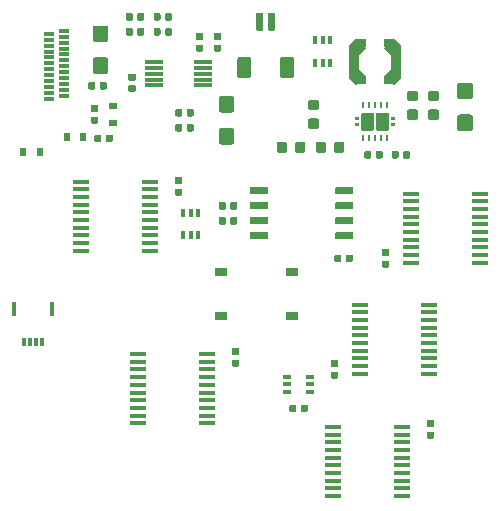
<source format=gbr>
G04 #@! TF.GenerationSoftware,KiCad,Pcbnew,5.1.5-52549c5~84~ubuntu18.04.1*
G04 #@! TF.CreationDate,2020-02-13T00:00:33+01:00*
G04 #@! TF.ProjectId,chase,63686173-652e-46b6-9963-61645f706362,rev?*
G04 #@! TF.SameCoordinates,Original*
G04 #@! TF.FileFunction,Paste,Bot*
G04 #@! TF.FilePolarity,Positive*
%FSLAX46Y46*%
G04 Gerber Fmt 4.6, Leading zero omitted, Abs format (unit mm)*
G04 Created by KiCad (PCBNEW 5.1.5-52549c5~84~ubuntu18.04.1) date 2020-02-13 00:00:33*
%MOMM*%
%LPD*%
G04 APERTURE LIST*
%ADD10R,0.300000X0.650000*%
%ADD11R,0.300000X1.150000*%
%ADD12R,0.400000X0.650000*%
%ADD13C,0.100000*%
%ADD14R,0.600000X0.700000*%
%ADD15R,0.650000X0.400000*%
%ADD16R,1.000000X0.750000*%
%ADD17R,1.475000X0.450000*%
%ADD18R,0.950000X0.300000*%
%ADD19R,0.240000X0.600000*%
%ADD20R,0.870000X2.790000*%
%ADD21R,0.890000X0.775000*%
%ADD22R,0.700000X0.600000*%
%ADD23R,1.498600X0.330200*%
G04 APERTURE END LIST*
D10*
X104064000Y-129331000D03*
X104564000Y-129331000D03*
X105064000Y-129331000D03*
X105564000Y-129331000D03*
D11*
X103179000Y-126521000D03*
X106449000Y-126521000D03*
D12*
X118799000Y-118342000D03*
X117499000Y-118342000D03*
X118149000Y-120242000D03*
X118149000Y-118342000D03*
X117499000Y-120242000D03*
X118799000Y-120242000D03*
D13*
G36*
X128840691Y-110372053D02*
G01*
X128861926Y-110375203D01*
X128882750Y-110380419D01*
X128902962Y-110387651D01*
X128922368Y-110396830D01*
X128940781Y-110407866D01*
X128958024Y-110420654D01*
X128973930Y-110435070D01*
X128988346Y-110450976D01*
X129001134Y-110468219D01*
X129012170Y-110486632D01*
X129021349Y-110506038D01*
X129028581Y-110526250D01*
X129033797Y-110547074D01*
X129036947Y-110568309D01*
X129038000Y-110589750D01*
X129038000Y-111027250D01*
X129036947Y-111048691D01*
X129033797Y-111069926D01*
X129028581Y-111090750D01*
X129021349Y-111110962D01*
X129012170Y-111130368D01*
X129001134Y-111148781D01*
X128988346Y-111166024D01*
X128973930Y-111181930D01*
X128958024Y-111196346D01*
X128940781Y-111209134D01*
X128922368Y-111220170D01*
X128902962Y-111229349D01*
X128882750Y-111236581D01*
X128861926Y-111241797D01*
X128840691Y-111244947D01*
X128819250Y-111246000D01*
X128306750Y-111246000D01*
X128285309Y-111244947D01*
X128264074Y-111241797D01*
X128243250Y-111236581D01*
X128223038Y-111229349D01*
X128203632Y-111220170D01*
X128185219Y-111209134D01*
X128167976Y-111196346D01*
X128152070Y-111181930D01*
X128137654Y-111166024D01*
X128124866Y-111148781D01*
X128113830Y-111130368D01*
X128104651Y-111110962D01*
X128097419Y-111090750D01*
X128092203Y-111069926D01*
X128089053Y-111048691D01*
X128088000Y-111027250D01*
X128088000Y-110589750D01*
X128089053Y-110568309D01*
X128092203Y-110547074D01*
X128097419Y-110526250D01*
X128104651Y-110506038D01*
X128113830Y-110486632D01*
X128124866Y-110468219D01*
X128137654Y-110450976D01*
X128152070Y-110435070D01*
X128167976Y-110420654D01*
X128185219Y-110407866D01*
X128203632Y-110396830D01*
X128223038Y-110387651D01*
X128243250Y-110380419D01*
X128264074Y-110375203D01*
X128285309Y-110372053D01*
X128306750Y-110371000D01*
X128819250Y-110371000D01*
X128840691Y-110372053D01*
G37*
G36*
X128840691Y-108797053D02*
G01*
X128861926Y-108800203D01*
X128882750Y-108805419D01*
X128902962Y-108812651D01*
X128922368Y-108821830D01*
X128940781Y-108832866D01*
X128958024Y-108845654D01*
X128973930Y-108860070D01*
X128988346Y-108875976D01*
X129001134Y-108893219D01*
X129012170Y-108911632D01*
X129021349Y-108931038D01*
X129028581Y-108951250D01*
X129033797Y-108972074D01*
X129036947Y-108993309D01*
X129038000Y-109014750D01*
X129038000Y-109452250D01*
X129036947Y-109473691D01*
X129033797Y-109494926D01*
X129028581Y-109515750D01*
X129021349Y-109535962D01*
X129012170Y-109555368D01*
X129001134Y-109573781D01*
X128988346Y-109591024D01*
X128973930Y-109606930D01*
X128958024Y-109621346D01*
X128940781Y-109634134D01*
X128922368Y-109645170D01*
X128902962Y-109654349D01*
X128882750Y-109661581D01*
X128861926Y-109666797D01*
X128840691Y-109669947D01*
X128819250Y-109671000D01*
X128306750Y-109671000D01*
X128285309Y-109669947D01*
X128264074Y-109666797D01*
X128243250Y-109661581D01*
X128223038Y-109654349D01*
X128203632Y-109645170D01*
X128185219Y-109634134D01*
X128167976Y-109621346D01*
X128152070Y-109606930D01*
X128137654Y-109591024D01*
X128124866Y-109573781D01*
X128113830Y-109555368D01*
X128104651Y-109535962D01*
X128097419Y-109515750D01*
X128092203Y-109494926D01*
X128089053Y-109473691D01*
X128088000Y-109452250D01*
X128088000Y-109014750D01*
X128089053Y-108993309D01*
X128092203Y-108972074D01*
X128097419Y-108951250D01*
X128104651Y-108931038D01*
X128113830Y-108911632D01*
X128124866Y-108893219D01*
X128137654Y-108875976D01*
X128152070Y-108860070D01*
X128167976Y-108845654D01*
X128185219Y-108832866D01*
X128203632Y-108821830D01*
X128223038Y-108812651D01*
X128243250Y-108805419D01*
X128264074Y-108800203D01*
X128285309Y-108797053D01*
X128306750Y-108796000D01*
X128819250Y-108796000D01*
X128840691Y-108797053D01*
G37*
G36*
X129412691Y-112341053D02*
G01*
X129433926Y-112344203D01*
X129454750Y-112349419D01*
X129474962Y-112356651D01*
X129494368Y-112365830D01*
X129512781Y-112376866D01*
X129530024Y-112389654D01*
X129545930Y-112404070D01*
X129560346Y-112419976D01*
X129573134Y-112437219D01*
X129584170Y-112455632D01*
X129593349Y-112475038D01*
X129600581Y-112495250D01*
X129605797Y-112516074D01*
X129608947Y-112537309D01*
X129610000Y-112558750D01*
X129610000Y-113071250D01*
X129608947Y-113092691D01*
X129605797Y-113113926D01*
X129600581Y-113134750D01*
X129593349Y-113154962D01*
X129584170Y-113174368D01*
X129573134Y-113192781D01*
X129560346Y-113210024D01*
X129545930Y-113225930D01*
X129530024Y-113240346D01*
X129512781Y-113253134D01*
X129494368Y-113264170D01*
X129474962Y-113273349D01*
X129454750Y-113280581D01*
X129433926Y-113285797D01*
X129412691Y-113288947D01*
X129391250Y-113290000D01*
X128953750Y-113290000D01*
X128932309Y-113288947D01*
X128911074Y-113285797D01*
X128890250Y-113280581D01*
X128870038Y-113273349D01*
X128850632Y-113264170D01*
X128832219Y-113253134D01*
X128814976Y-113240346D01*
X128799070Y-113225930D01*
X128784654Y-113210024D01*
X128771866Y-113192781D01*
X128760830Y-113174368D01*
X128751651Y-113154962D01*
X128744419Y-113134750D01*
X128739203Y-113113926D01*
X128736053Y-113092691D01*
X128735000Y-113071250D01*
X128735000Y-112558750D01*
X128736053Y-112537309D01*
X128739203Y-112516074D01*
X128744419Y-112495250D01*
X128751651Y-112475038D01*
X128760830Y-112455632D01*
X128771866Y-112437219D01*
X128784654Y-112419976D01*
X128799070Y-112404070D01*
X128814976Y-112389654D01*
X128832219Y-112376866D01*
X128850632Y-112365830D01*
X128870038Y-112356651D01*
X128890250Y-112349419D01*
X128911074Y-112344203D01*
X128932309Y-112341053D01*
X128953750Y-112340000D01*
X129391250Y-112340000D01*
X129412691Y-112341053D01*
G37*
G36*
X130987691Y-112341053D02*
G01*
X131008926Y-112344203D01*
X131029750Y-112349419D01*
X131049962Y-112356651D01*
X131069368Y-112365830D01*
X131087781Y-112376866D01*
X131105024Y-112389654D01*
X131120930Y-112404070D01*
X131135346Y-112419976D01*
X131148134Y-112437219D01*
X131159170Y-112455632D01*
X131168349Y-112475038D01*
X131175581Y-112495250D01*
X131180797Y-112516074D01*
X131183947Y-112537309D01*
X131185000Y-112558750D01*
X131185000Y-113071250D01*
X131183947Y-113092691D01*
X131180797Y-113113926D01*
X131175581Y-113134750D01*
X131168349Y-113154962D01*
X131159170Y-113174368D01*
X131148134Y-113192781D01*
X131135346Y-113210024D01*
X131120930Y-113225930D01*
X131105024Y-113240346D01*
X131087781Y-113253134D01*
X131069368Y-113264170D01*
X131049962Y-113273349D01*
X131029750Y-113280581D01*
X131008926Y-113285797D01*
X130987691Y-113288947D01*
X130966250Y-113290000D01*
X130528750Y-113290000D01*
X130507309Y-113288947D01*
X130486074Y-113285797D01*
X130465250Y-113280581D01*
X130445038Y-113273349D01*
X130425632Y-113264170D01*
X130407219Y-113253134D01*
X130389976Y-113240346D01*
X130374070Y-113225930D01*
X130359654Y-113210024D01*
X130346866Y-113192781D01*
X130335830Y-113174368D01*
X130326651Y-113154962D01*
X130319419Y-113134750D01*
X130314203Y-113113926D01*
X130311053Y-113092691D01*
X130310000Y-113071250D01*
X130310000Y-112558750D01*
X130311053Y-112537309D01*
X130314203Y-112516074D01*
X130319419Y-112495250D01*
X130326651Y-112475038D01*
X130335830Y-112455632D01*
X130346866Y-112437219D01*
X130359654Y-112419976D01*
X130374070Y-112404070D01*
X130389976Y-112389654D01*
X130407219Y-112376866D01*
X130425632Y-112365830D01*
X130445038Y-112356651D01*
X130465250Y-112349419D01*
X130486074Y-112344203D01*
X130507309Y-112341053D01*
X130528750Y-112340000D01*
X130966250Y-112340000D01*
X130987691Y-112341053D01*
G37*
G36*
X126110691Y-112341053D02*
G01*
X126131926Y-112344203D01*
X126152750Y-112349419D01*
X126172962Y-112356651D01*
X126192368Y-112365830D01*
X126210781Y-112376866D01*
X126228024Y-112389654D01*
X126243930Y-112404070D01*
X126258346Y-112419976D01*
X126271134Y-112437219D01*
X126282170Y-112455632D01*
X126291349Y-112475038D01*
X126298581Y-112495250D01*
X126303797Y-112516074D01*
X126306947Y-112537309D01*
X126308000Y-112558750D01*
X126308000Y-113071250D01*
X126306947Y-113092691D01*
X126303797Y-113113926D01*
X126298581Y-113134750D01*
X126291349Y-113154962D01*
X126282170Y-113174368D01*
X126271134Y-113192781D01*
X126258346Y-113210024D01*
X126243930Y-113225930D01*
X126228024Y-113240346D01*
X126210781Y-113253134D01*
X126192368Y-113264170D01*
X126172962Y-113273349D01*
X126152750Y-113280581D01*
X126131926Y-113285797D01*
X126110691Y-113288947D01*
X126089250Y-113290000D01*
X125651750Y-113290000D01*
X125630309Y-113288947D01*
X125609074Y-113285797D01*
X125588250Y-113280581D01*
X125568038Y-113273349D01*
X125548632Y-113264170D01*
X125530219Y-113253134D01*
X125512976Y-113240346D01*
X125497070Y-113225930D01*
X125482654Y-113210024D01*
X125469866Y-113192781D01*
X125458830Y-113174368D01*
X125449651Y-113154962D01*
X125442419Y-113134750D01*
X125437203Y-113113926D01*
X125434053Y-113092691D01*
X125433000Y-113071250D01*
X125433000Y-112558750D01*
X125434053Y-112537309D01*
X125437203Y-112516074D01*
X125442419Y-112495250D01*
X125449651Y-112475038D01*
X125458830Y-112455632D01*
X125469866Y-112437219D01*
X125482654Y-112419976D01*
X125497070Y-112404070D01*
X125512976Y-112389654D01*
X125530219Y-112376866D01*
X125548632Y-112365830D01*
X125568038Y-112356651D01*
X125588250Y-112349419D01*
X125609074Y-112344203D01*
X125630309Y-112341053D01*
X125651750Y-112340000D01*
X126089250Y-112340000D01*
X126110691Y-112341053D01*
G37*
G36*
X127685691Y-112341053D02*
G01*
X127706926Y-112344203D01*
X127727750Y-112349419D01*
X127747962Y-112356651D01*
X127767368Y-112365830D01*
X127785781Y-112376866D01*
X127803024Y-112389654D01*
X127818930Y-112404070D01*
X127833346Y-112419976D01*
X127846134Y-112437219D01*
X127857170Y-112455632D01*
X127866349Y-112475038D01*
X127873581Y-112495250D01*
X127878797Y-112516074D01*
X127881947Y-112537309D01*
X127883000Y-112558750D01*
X127883000Y-113071250D01*
X127881947Y-113092691D01*
X127878797Y-113113926D01*
X127873581Y-113134750D01*
X127866349Y-113154962D01*
X127857170Y-113174368D01*
X127846134Y-113192781D01*
X127833346Y-113210024D01*
X127818930Y-113225930D01*
X127803024Y-113240346D01*
X127785781Y-113253134D01*
X127767368Y-113264170D01*
X127747962Y-113273349D01*
X127727750Y-113280581D01*
X127706926Y-113285797D01*
X127685691Y-113288947D01*
X127664250Y-113290000D01*
X127226750Y-113290000D01*
X127205309Y-113288947D01*
X127184074Y-113285797D01*
X127163250Y-113280581D01*
X127143038Y-113273349D01*
X127123632Y-113264170D01*
X127105219Y-113253134D01*
X127087976Y-113240346D01*
X127072070Y-113225930D01*
X127057654Y-113210024D01*
X127044866Y-113192781D01*
X127033830Y-113174368D01*
X127024651Y-113154962D01*
X127017419Y-113134750D01*
X127012203Y-113113926D01*
X127009053Y-113092691D01*
X127008000Y-113071250D01*
X127008000Y-112558750D01*
X127009053Y-112537309D01*
X127012203Y-112516074D01*
X127017419Y-112495250D01*
X127024651Y-112475038D01*
X127033830Y-112455632D01*
X127044866Y-112437219D01*
X127057654Y-112419976D01*
X127072070Y-112404070D01*
X127087976Y-112389654D01*
X127105219Y-112376866D01*
X127123632Y-112365830D01*
X127143038Y-112356651D01*
X127163250Y-112349419D01*
X127184074Y-112344203D01*
X127205309Y-112341053D01*
X127226750Y-112340000D01*
X127664250Y-112340000D01*
X127685691Y-112341053D01*
G37*
D12*
X129975000Y-103737000D03*
X128675000Y-103737000D03*
X129325000Y-105637000D03*
X129325000Y-103737000D03*
X128675000Y-105637000D03*
X129975000Y-105637000D03*
D13*
G36*
X139000691Y-109610053D02*
G01*
X139021926Y-109613203D01*
X139042750Y-109618419D01*
X139062962Y-109625651D01*
X139082368Y-109634830D01*
X139100781Y-109645866D01*
X139118024Y-109658654D01*
X139133930Y-109673070D01*
X139148346Y-109688976D01*
X139161134Y-109706219D01*
X139172170Y-109724632D01*
X139181349Y-109744038D01*
X139188581Y-109764250D01*
X139193797Y-109785074D01*
X139196947Y-109806309D01*
X139198000Y-109827750D01*
X139198000Y-110265250D01*
X139196947Y-110286691D01*
X139193797Y-110307926D01*
X139188581Y-110328750D01*
X139181349Y-110348962D01*
X139172170Y-110368368D01*
X139161134Y-110386781D01*
X139148346Y-110404024D01*
X139133930Y-110419930D01*
X139118024Y-110434346D01*
X139100781Y-110447134D01*
X139082368Y-110458170D01*
X139062962Y-110467349D01*
X139042750Y-110474581D01*
X139021926Y-110479797D01*
X139000691Y-110482947D01*
X138979250Y-110484000D01*
X138466750Y-110484000D01*
X138445309Y-110482947D01*
X138424074Y-110479797D01*
X138403250Y-110474581D01*
X138383038Y-110467349D01*
X138363632Y-110458170D01*
X138345219Y-110447134D01*
X138327976Y-110434346D01*
X138312070Y-110419930D01*
X138297654Y-110404024D01*
X138284866Y-110386781D01*
X138273830Y-110368368D01*
X138264651Y-110348962D01*
X138257419Y-110328750D01*
X138252203Y-110307926D01*
X138249053Y-110286691D01*
X138248000Y-110265250D01*
X138248000Y-109827750D01*
X138249053Y-109806309D01*
X138252203Y-109785074D01*
X138257419Y-109764250D01*
X138264651Y-109744038D01*
X138273830Y-109724632D01*
X138284866Y-109706219D01*
X138297654Y-109688976D01*
X138312070Y-109673070D01*
X138327976Y-109658654D01*
X138345219Y-109645866D01*
X138363632Y-109634830D01*
X138383038Y-109625651D01*
X138403250Y-109618419D01*
X138424074Y-109613203D01*
X138445309Y-109610053D01*
X138466750Y-109609000D01*
X138979250Y-109609000D01*
X139000691Y-109610053D01*
G37*
G36*
X139000691Y-108035053D02*
G01*
X139021926Y-108038203D01*
X139042750Y-108043419D01*
X139062962Y-108050651D01*
X139082368Y-108059830D01*
X139100781Y-108070866D01*
X139118024Y-108083654D01*
X139133930Y-108098070D01*
X139148346Y-108113976D01*
X139161134Y-108131219D01*
X139172170Y-108149632D01*
X139181349Y-108169038D01*
X139188581Y-108189250D01*
X139193797Y-108210074D01*
X139196947Y-108231309D01*
X139198000Y-108252750D01*
X139198000Y-108690250D01*
X139196947Y-108711691D01*
X139193797Y-108732926D01*
X139188581Y-108753750D01*
X139181349Y-108773962D01*
X139172170Y-108793368D01*
X139161134Y-108811781D01*
X139148346Y-108829024D01*
X139133930Y-108844930D01*
X139118024Y-108859346D01*
X139100781Y-108872134D01*
X139082368Y-108883170D01*
X139062962Y-108892349D01*
X139042750Y-108899581D01*
X139021926Y-108904797D01*
X139000691Y-108907947D01*
X138979250Y-108909000D01*
X138466750Y-108909000D01*
X138445309Y-108907947D01*
X138424074Y-108904797D01*
X138403250Y-108899581D01*
X138383038Y-108892349D01*
X138363632Y-108883170D01*
X138345219Y-108872134D01*
X138327976Y-108859346D01*
X138312070Y-108844930D01*
X138297654Y-108829024D01*
X138284866Y-108811781D01*
X138273830Y-108793368D01*
X138264651Y-108773962D01*
X138257419Y-108753750D01*
X138252203Y-108732926D01*
X138249053Y-108711691D01*
X138248000Y-108690250D01*
X138248000Y-108252750D01*
X138249053Y-108231309D01*
X138252203Y-108210074D01*
X138257419Y-108189250D01*
X138264651Y-108169038D01*
X138273830Y-108149632D01*
X138284866Y-108131219D01*
X138297654Y-108113976D01*
X138312070Y-108098070D01*
X138327976Y-108083654D01*
X138345219Y-108070866D01*
X138363632Y-108059830D01*
X138383038Y-108050651D01*
X138403250Y-108043419D01*
X138424074Y-108038203D01*
X138445309Y-108035053D01*
X138466750Y-108034000D01*
X138979250Y-108034000D01*
X139000691Y-108035053D01*
G37*
G36*
X137222691Y-109610053D02*
G01*
X137243926Y-109613203D01*
X137264750Y-109618419D01*
X137284962Y-109625651D01*
X137304368Y-109634830D01*
X137322781Y-109645866D01*
X137340024Y-109658654D01*
X137355930Y-109673070D01*
X137370346Y-109688976D01*
X137383134Y-109706219D01*
X137394170Y-109724632D01*
X137403349Y-109744038D01*
X137410581Y-109764250D01*
X137415797Y-109785074D01*
X137418947Y-109806309D01*
X137420000Y-109827750D01*
X137420000Y-110265250D01*
X137418947Y-110286691D01*
X137415797Y-110307926D01*
X137410581Y-110328750D01*
X137403349Y-110348962D01*
X137394170Y-110368368D01*
X137383134Y-110386781D01*
X137370346Y-110404024D01*
X137355930Y-110419930D01*
X137340024Y-110434346D01*
X137322781Y-110447134D01*
X137304368Y-110458170D01*
X137284962Y-110467349D01*
X137264750Y-110474581D01*
X137243926Y-110479797D01*
X137222691Y-110482947D01*
X137201250Y-110484000D01*
X136688750Y-110484000D01*
X136667309Y-110482947D01*
X136646074Y-110479797D01*
X136625250Y-110474581D01*
X136605038Y-110467349D01*
X136585632Y-110458170D01*
X136567219Y-110447134D01*
X136549976Y-110434346D01*
X136534070Y-110419930D01*
X136519654Y-110404024D01*
X136506866Y-110386781D01*
X136495830Y-110368368D01*
X136486651Y-110348962D01*
X136479419Y-110328750D01*
X136474203Y-110307926D01*
X136471053Y-110286691D01*
X136470000Y-110265250D01*
X136470000Y-109827750D01*
X136471053Y-109806309D01*
X136474203Y-109785074D01*
X136479419Y-109764250D01*
X136486651Y-109744038D01*
X136495830Y-109724632D01*
X136506866Y-109706219D01*
X136519654Y-109688976D01*
X136534070Y-109673070D01*
X136549976Y-109658654D01*
X136567219Y-109645866D01*
X136585632Y-109634830D01*
X136605038Y-109625651D01*
X136625250Y-109618419D01*
X136646074Y-109613203D01*
X136667309Y-109610053D01*
X136688750Y-109609000D01*
X137201250Y-109609000D01*
X137222691Y-109610053D01*
G37*
G36*
X137222691Y-108035053D02*
G01*
X137243926Y-108038203D01*
X137264750Y-108043419D01*
X137284962Y-108050651D01*
X137304368Y-108059830D01*
X137322781Y-108070866D01*
X137340024Y-108083654D01*
X137355930Y-108098070D01*
X137370346Y-108113976D01*
X137383134Y-108131219D01*
X137394170Y-108149632D01*
X137403349Y-108169038D01*
X137410581Y-108189250D01*
X137415797Y-108210074D01*
X137418947Y-108231309D01*
X137420000Y-108252750D01*
X137420000Y-108690250D01*
X137418947Y-108711691D01*
X137415797Y-108732926D01*
X137410581Y-108753750D01*
X137403349Y-108773962D01*
X137394170Y-108793368D01*
X137383134Y-108811781D01*
X137370346Y-108829024D01*
X137355930Y-108844930D01*
X137340024Y-108859346D01*
X137322781Y-108872134D01*
X137304368Y-108883170D01*
X137284962Y-108892349D01*
X137264750Y-108899581D01*
X137243926Y-108904797D01*
X137222691Y-108907947D01*
X137201250Y-108909000D01*
X136688750Y-108909000D01*
X136667309Y-108907947D01*
X136646074Y-108904797D01*
X136625250Y-108899581D01*
X136605038Y-108892349D01*
X136585632Y-108883170D01*
X136567219Y-108872134D01*
X136549976Y-108859346D01*
X136534070Y-108844930D01*
X136519654Y-108829024D01*
X136506866Y-108811781D01*
X136495830Y-108793368D01*
X136486651Y-108773962D01*
X136479419Y-108753750D01*
X136474203Y-108732926D01*
X136471053Y-108711691D01*
X136470000Y-108690250D01*
X136470000Y-108252750D01*
X136471053Y-108231309D01*
X136474203Y-108210074D01*
X136479419Y-108189250D01*
X136486651Y-108169038D01*
X136495830Y-108149632D01*
X136506866Y-108131219D01*
X136519654Y-108113976D01*
X136534070Y-108098070D01*
X136549976Y-108083654D01*
X136567219Y-108070866D01*
X136585632Y-108059830D01*
X136605038Y-108050651D01*
X136625250Y-108043419D01*
X136646074Y-108038203D01*
X136667309Y-108035053D01*
X136688750Y-108034000D01*
X137201250Y-108034000D01*
X137222691Y-108035053D01*
G37*
G36*
X123073505Y-105155204D02*
G01*
X123097773Y-105158804D01*
X123121572Y-105164765D01*
X123144671Y-105173030D01*
X123166850Y-105183520D01*
X123187893Y-105196132D01*
X123207599Y-105210747D01*
X123225777Y-105227223D01*
X123242253Y-105245401D01*
X123256868Y-105265107D01*
X123269480Y-105286150D01*
X123279970Y-105308329D01*
X123288235Y-105331428D01*
X123294196Y-105355227D01*
X123297796Y-105379495D01*
X123299000Y-105403999D01*
X123299000Y-106704001D01*
X123297796Y-106728505D01*
X123294196Y-106752773D01*
X123288235Y-106776572D01*
X123279970Y-106799671D01*
X123269480Y-106821850D01*
X123256868Y-106842893D01*
X123242253Y-106862599D01*
X123225777Y-106880777D01*
X123207599Y-106897253D01*
X123187893Y-106911868D01*
X123166850Y-106924480D01*
X123144671Y-106934970D01*
X123121572Y-106943235D01*
X123097773Y-106949196D01*
X123073505Y-106952796D01*
X123049001Y-106954000D01*
X122348999Y-106954000D01*
X122324495Y-106952796D01*
X122300227Y-106949196D01*
X122276428Y-106943235D01*
X122253329Y-106934970D01*
X122231150Y-106924480D01*
X122210107Y-106911868D01*
X122190401Y-106897253D01*
X122172223Y-106880777D01*
X122155747Y-106862599D01*
X122141132Y-106842893D01*
X122128520Y-106821850D01*
X122118030Y-106799671D01*
X122109765Y-106776572D01*
X122103804Y-106752773D01*
X122100204Y-106728505D01*
X122099000Y-106704001D01*
X122099000Y-105403999D01*
X122100204Y-105379495D01*
X122103804Y-105355227D01*
X122109765Y-105331428D01*
X122118030Y-105308329D01*
X122128520Y-105286150D01*
X122141132Y-105265107D01*
X122155747Y-105245401D01*
X122172223Y-105227223D01*
X122190401Y-105210747D01*
X122210107Y-105196132D01*
X122231150Y-105183520D01*
X122253329Y-105173030D01*
X122276428Y-105164765D01*
X122300227Y-105158804D01*
X122324495Y-105155204D01*
X122348999Y-105154000D01*
X123049001Y-105154000D01*
X123073505Y-105155204D01*
G37*
G36*
X126673505Y-105155204D02*
G01*
X126697773Y-105158804D01*
X126721572Y-105164765D01*
X126744671Y-105173030D01*
X126766850Y-105183520D01*
X126787893Y-105196132D01*
X126807599Y-105210747D01*
X126825777Y-105227223D01*
X126842253Y-105245401D01*
X126856868Y-105265107D01*
X126869480Y-105286150D01*
X126879970Y-105308329D01*
X126888235Y-105331428D01*
X126894196Y-105355227D01*
X126897796Y-105379495D01*
X126899000Y-105403999D01*
X126899000Y-106704001D01*
X126897796Y-106728505D01*
X126894196Y-106752773D01*
X126888235Y-106776572D01*
X126879970Y-106799671D01*
X126869480Y-106821850D01*
X126856868Y-106842893D01*
X126842253Y-106862599D01*
X126825777Y-106880777D01*
X126807599Y-106897253D01*
X126787893Y-106911868D01*
X126766850Y-106924480D01*
X126744671Y-106934970D01*
X126721572Y-106943235D01*
X126697773Y-106949196D01*
X126673505Y-106952796D01*
X126649001Y-106954000D01*
X125948999Y-106954000D01*
X125924495Y-106952796D01*
X125900227Y-106949196D01*
X125876428Y-106943235D01*
X125853329Y-106934970D01*
X125831150Y-106924480D01*
X125810107Y-106911868D01*
X125790401Y-106897253D01*
X125772223Y-106880777D01*
X125755747Y-106862599D01*
X125741132Y-106842893D01*
X125728520Y-106821850D01*
X125718030Y-106799671D01*
X125709765Y-106776572D01*
X125703804Y-106752773D01*
X125700204Y-106728505D01*
X125699000Y-106704001D01*
X125699000Y-105403999D01*
X125700204Y-105379495D01*
X125703804Y-105355227D01*
X125709765Y-105331428D01*
X125718030Y-105308329D01*
X125728520Y-105286150D01*
X125741132Y-105265107D01*
X125755747Y-105245401D01*
X125772223Y-105227223D01*
X125790401Y-105210747D01*
X125810107Y-105196132D01*
X125831150Y-105183520D01*
X125853329Y-105173030D01*
X125876428Y-105164765D01*
X125900227Y-105158804D01*
X125924495Y-105155204D01*
X125948999Y-105154000D01*
X126649001Y-105154000D01*
X126673505Y-105155204D01*
G37*
G36*
X124163703Y-101404722D02*
G01*
X124178264Y-101406882D01*
X124192543Y-101410459D01*
X124206403Y-101415418D01*
X124219710Y-101421712D01*
X124232336Y-101429280D01*
X124244159Y-101438048D01*
X124255066Y-101447934D01*
X124264952Y-101458841D01*
X124273720Y-101470664D01*
X124281288Y-101483290D01*
X124287582Y-101496597D01*
X124292541Y-101510457D01*
X124296118Y-101524736D01*
X124298278Y-101539297D01*
X124299000Y-101554000D01*
X124299000Y-102804000D01*
X124298278Y-102818703D01*
X124296118Y-102833264D01*
X124292541Y-102847543D01*
X124287582Y-102861403D01*
X124281288Y-102874710D01*
X124273720Y-102887336D01*
X124264952Y-102899159D01*
X124255066Y-102910066D01*
X124244159Y-102919952D01*
X124232336Y-102928720D01*
X124219710Y-102936288D01*
X124206403Y-102942582D01*
X124192543Y-102947541D01*
X124178264Y-102951118D01*
X124163703Y-102953278D01*
X124149000Y-102954000D01*
X123849000Y-102954000D01*
X123834297Y-102953278D01*
X123819736Y-102951118D01*
X123805457Y-102947541D01*
X123791597Y-102942582D01*
X123778290Y-102936288D01*
X123765664Y-102928720D01*
X123753841Y-102919952D01*
X123742934Y-102910066D01*
X123733048Y-102899159D01*
X123724280Y-102887336D01*
X123716712Y-102874710D01*
X123710418Y-102861403D01*
X123705459Y-102847543D01*
X123701882Y-102833264D01*
X123699722Y-102818703D01*
X123699000Y-102804000D01*
X123699000Y-101554000D01*
X123699722Y-101539297D01*
X123701882Y-101524736D01*
X123705459Y-101510457D01*
X123710418Y-101496597D01*
X123716712Y-101483290D01*
X123724280Y-101470664D01*
X123733048Y-101458841D01*
X123742934Y-101447934D01*
X123753841Y-101438048D01*
X123765664Y-101429280D01*
X123778290Y-101421712D01*
X123791597Y-101415418D01*
X123805457Y-101410459D01*
X123819736Y-101406882D01*
X123834297Y-101404722D01*
X123849000Y-101404000D01*
X124149000Y-101404000D01*
X124163703Y-101404722D01*
G37*
G36*
X125163703Y-101404722D02*
G01*
X125178264Y-101406882D01*
X125192543Y-101410459D01*
X125206403Y-101415418D01*
X125219710Y-101421712D01*
X125232336Y-101429280D01*
X125244159Y-101438048D01*
X125255066Y-101447934D01*
X125264952Y-101458841D01*
X125273720Y-101470664D01*
X125281288Y-101483290D01*
X125287582Y-101496597D01*
X125292541Y-101510457D01*
X125296118Y-101524736D01*
X125298278Y-101539297D01*
X125299000Y-101554000D01*
X125299000Y-102804000D01*
X125298278Y-102818703D01*
X125296118Y-102833264D01*
X125292541Y-102847543D01*
X125287582Y-102861403D01*
X125281288Y-102874710D01*
X125273720Y-102887336D01*
X125264952Y-102899159D01*
X125255066Y-102910066D01*
X125244159Y-102919952D01*
X125232336Y-102928720D01*
X125219710Y-102936288D01*
X125206403Y-102942582D01*
X125192543Y-102947541D01*
X125178264Y-102951118D01*
X125163703Y-102953278D01*
X125149000Y-102954000D01*
X124849000Y-102954000D01*
X124834297Y-102953278D01*
X124819736Y-102951118D01*
X124805457Y-102947541D01*
X124791597Y-102942582D01*
X124778290Y-102936288D01*
X124765664Y-102928720D01*
X124753841Y-102919952D01*
X124742934Y-102910066D01*
X124733048Y-102899159D01*
X124724280Y-102887336D01*
X124716712Y-102874710D01*
X124710418Y-102861403D01*
X124705459Y-102847543D01*
X124701882Y-102833264D01*
X124699722Y-102818703D01*
X124699000Y-102804000D01*
X124699000Y-101554000D01*
X124699722Y-101539297D01*
X124701882Y-101524736D01*
X124705459Y-101510457D01*
X124710418Y-101496597D01*
X124716712Y-101483290D01*
X124724280Y-101470664D01*
X124733048Y-101458841D01*
X124742934Y-101447934D01*
X124753841Y-101438048D01*
X124765664Y-101429280D01*
X124778290Y-101421712D01*
X124791597Y-101415418D01*
X124805457Y-101410459D01*
X124819736Y-101406882D01*
X124834297Y-101404722D01*
X124849000Y-101404000D01*
X125149000Y-101404000D01*
X125163703Y-101404722D01*
G37*
G36*
X121646505Y-111180204D02*
G01*
X121670773Y-111183804D01*
X121694572Y-111189765D01*
X121717671Y-111198030D01*
X121739850Y-111208520D01*
X121760893Y-111221132D01*
X121780599Y-111235747D01*
X121798777Y-111252223D01*
X121815253Y-111270401D01*
X121829868Y-111290107D01*
X121842480Y-111311150D01*
X121852970Y-111333329D01*
X121861235Y-111356428D01*
X121867196Y-111380227D01*
X121870796Y-111404495D01*
X121872000Y-111428999D01*
X121872000Y-112329001D01*
X121870796Y-112353505D01*
X121867196Y-112377773D01*
X121861235Y-112401572D01*
X121852970Y-112424671D01*
X121842480Y-112446850D01*
X121829868Y-112467893D01*
X121815253Y-112487599D01*
X121798777Y-112505777D01*
X121780599Y-112522253D01*
X121760893Y-112536868D01*
X121739850Y-112549480D01*
X121717671Y-112559970D01*
X121694572Y-112568235D01*
X121670773Y-112574196D01*
X121646505Y-112577796D01*
X121622001Y-112579000D01*
X120771999Y-112579000D01*
X120747495Y-112577796D01*
X120723227Y-112574196D01*
X120699428Y-112568235D01*
X120676329Y-112559970D01*
X120654150Y-112549480D01*
X120633107Y-112536868D01*
X120613401Y-112522253D01*
X120595223Y-112505777D01*
X120578747Y-112487599D01*
X120564132Y-112467893D01*
X120551520Y-112446850D01*
X120541030Y-112424671D01*
X120532765Y-112401572D01*
X120526804Y-112377773D01*
X120523204Y-112353505D01*
X120522000Y-112329001D01*
X120522000Y-111428999D01*
X120523204Y-111404495D01*
X120526804Y-111380227D01*
X120532765Y-111356428D01*
X120541030Y-111333329D01*
X120551520Y-111311150D01*
X120564132Y-111290107D01*
X120578747Y-111270401D01*
X120595223Y-111252223D01*
X120613401Y-111235747D01*
X120633107Y-111221132D01*
X120654150Y-111208520D01*
X120676329Y-111198030D01*
X120699428Y-111189765D01*
X120723227Y-111183804D01*
X120747495Y-111180204D01*
X120771999Y-111179000D01*
X121622001Y-111179000D01*
X121646505Y-111180204D01*
G37*
G36*
X121646505Y-108480204D02*
G01*
X121670773Y-108483804D01*
X121694572Y-108489765D01*
X121717671Y-108498030D01*
X121739850Y-108508520D01*
X121760893Y-108521132D01*
X121780599Y-108535747D01*
X121798777Y-108552223D01*
X121815253Y-108570401D01*
X121829868Y-108590107D01*
X121842480Y-108611150D01*
X121852970Y-108633329D01*
X121861235Y-108656428D01*
X121867196Y-108680227D01*
X121870796Y-108704495D01*
X121872000Y-108728999D01*
X121872000Y-109629001D01*
X121870796Y-109653505D01*
X121867196Y-109677773D01*
X121861235Y-109701572D01*
X121852970Y-109724671D01*
X121842480Y-109746850D01*
X121829868Y-109767893D01*
X121815253Y-109787599D01*
X121798777Y-109805777D01*
X121780599Y-109822253D01*
X121760893Y-109836868D01*
X121739850Y-109849480D01*
X121717671Y-109859970D01*
X121694572Y-109868235D01*
X121670773Y-109874196D01*
X121646505Y-109877796D01*
X121622001Y-109879000D01*
X120771999Y-109879000D01*
X120747495Y-109877796D01*
X120723227Y-109874196D01*
X120699428Y-109868235D01*
X120676329Y-109859970D01*
X120654150Y-109849480D01*
X120633107Y-109836868D01*
X120613401Y-109822253D01*
X120595223Y-109805777D01*
X120578747Y-109787599D01*
X120564132Y-109767893D01*
X120551520Y-109746850D01*
X120541030Y-109724671D01*
X120532765Y-109701572D01*
X120526804Y-109677773D01*
X120523204Y-109653505D01*
X120522000Y-109629001D01*
X120522000Y-108728999D01*
X120523204Y-108704495D01*
X120526804Y-108680227D01*
X120532765Y-108656428D01*
X120541030Y-108633329D01*
X120551520Y-108611150D01*
X120564132Y-108590107D01*
X120578747Y-108570401D01*
X120595223Y-108552223D01*
X120613401Y-108535747D01*
X120633107Y-108521132D01*
X120654150Y-108508520D01*
X120676329Y-108498030D01*
X120699428Y-108489765D01*
X120723227Y-108483804D01*
X120747495Y-108480204D01*
X120771999Y-108479000D01*
X121622001Y-108479000D01*
X121646505Y-108480204D01*
G37*
D14*
X107670000Y-111926000D03*
X109070000Y-111926000D03*
X105387000Y-113196000D03*
X103987000Y-113196000D03*
D13*
G36*
X121000958Y-117448710D02*
G01*
X121015276Y-117450834D01*
X121029317Y-117454351D01*
X121042946Y-117459228D01*
X121056031Y-117465417D01*
X121068447Y-117472858D01*
X121080073Y-117481481D01*
X121090798Y-117491202D01*
X121100519Y-117501927D01*
X121109142Y-117513553D01*
X121116583Y-117525969D01*
X121122772Y-117539054D01*
X121127649Y-117552683D01*
X121131166Y-117566724D01*
X121133290Y-117581042D01*
X121134000Y-117595500D01*
X121134000Y-117940500D01*
X121133290Y-117954958D01*
X121131166Y-117969276D01*
X121127649Y-117983317D01*
X121122772Y-117996946D01*
X121116583Y-118010031D01*
X121109142Y-118022447D01*
X121100519Y-118034073D01*
X121090798Y-118044798D01*
X121080073Y-118054519D01*
X121068447Y-118063142D01*
X121056031Y-118070583D01*
X121042946Y-118076772D01*
X121029317Y-118081649D01*
X121015276Y-118085166D01*
X121000958Y-118087290D01*
X120986500Y-118088000D01*
X120691500Y-118088000D01*
X120677042Y-118087290D01*
X120662724Y-118085166D01*
X120648683Y-118081649D01*
X120635054Y-118076772D01*
X120621969Y-118070583D01*
X120609553Y-118063142D01*
X120597927Y-118054519D01*
X120587202Y-118044798D01*
X120577481Y-118034073D01*
X120568858Y-118022447D01*
X120561417Y-118010031D01*
X120555228Y-117996946D01*
X120550351Y-117983317D01*
X120546834Y-117969276D01*
X120544710Y-117954958D01*
X120544000Y-117940500D01*
X120544000Y-117595500D01*
X120544710Y-117581042D01*
X120546834Y-117566724D01*
X120550351Y-117552683D01*
X120555228Y-117539054D01*
X120561417Y-117525969D01*
X120568858Y-117513553D01*
X120577481Y-117501927D01*
X120587202Y-117491202D01*
X120597927Y-117481481D01*
X120609553Y-117472858D01*
X120621969Y-117465417D01*
X120635054Y-117459228D01*
X120648683Y-117454351D01*
X120662724Y-117450834D01*
X120677042Y-117448710D01*
X120691500Y-117448000D01*
X120986500Y-117448000D01*
X121000958Y-117448710D01*
G37*
G36*
X121970958Y-117448710D02*
G01*
X121985276Y-117450834D01*
X121999317Y-117454351D01*
X122012946Y-117459228D01*
X122026031Y-117465417D01*
X122038447Y-117472858D01*
X122050073Y-117481481D01*
X122060798Y-117491202D01*
X122070519Y-117501927D01*
X122079142Y-117513553D01*
X122086583Y-117525969D01*
X122092772Y-117539054D01*
X122097649Y-117552683D01*
X122101166Y-117566724D01*
X122103290Y-117581042D01*
X122104000Y-117595500D01*
X122104000Y-117940500D01*
X122103290Y-117954958D01*
X122101166Y-117969276D01*
X122097649Y-117983317D01*
X122092772Y-117996946D01*
X122086583Y-118010031D01*
X122079142Y-118022447D01*
X122070519Y-118034073D01*
X122060798Y-118044798D01*
X122050073Y-118054519D01*
X122038447Y-118063142D01*
X122026031Y-118070583D01*
X122012946Y-118076772D01*
X121999317Y-118081649D01*
X121985276Y-118085166D01*
X121970958Y-118087290D01*
X121956500Y-118088000D01*
X121661500Y-118088000D01*
X121647042Y-118087290D01*
X121632724Y-118085166D01*
X121618683Y-118081649D01*
X121605054Y-118076772D01*
X121591969Y-118070583D01*
X121579553Y-118063142D01*
X121567927Y-118054519D01*
X121557202Y-118044798D01*
X121547481Y-118034073D01*
X121538858Y-118022447D01*
X121531417Y-118010031D01*
X121525228Y-117996946D01*
X121520351Y-117983317D01*
X121516834Y-117969276D01*
X121514710Y-117954958D01*
X121514000Y-117940500D01*
X121514000Y-117595500D01*
X121514710Y-117581042D01*
X121516834Y-117566724D01*
X121520351Y-117552683D01*
X121525228Y-117539054D01*
X121531417Y-117525969D01*
X121538858Y-117513553D01*
X121547481Y-117501927D01*
X121557202Y-117491202D01*
X121567927Y-117481481D01*
X121579553Y-117472858D01*
X121591969Y-117465417D01*
X121605054Y-117459228D01*
X121618683Y-117454351D01*
X121632724Y-117450834D01*
X121647042Y-117448710D01*
X121661500Y-117448000D01*
X121956500Y-117448000D01*
X121970958Y-117448710D01*
G37*
G36*
X121000958Y-118718710D02*
G01*
X121015276Y-118720834D01*
X121029317Y-118724351D01*
X121042946Y-118729228D01*
X121056031Y-118735417D01*
X121068447Y-118742858D01*
X121080073Y-118751481D01*
X121090798Y-118761202D01*
X121100519Y-118771927D01*
X121109142Y-118783553D01*
X121116583Y-118795969D01*
X121122772Y-118809054D01*
X121127649Y-118822683D01*
X121131166Y-118836724D01*
X121133290Y-118851042D01*
X121134000Y-118865500D01*
X121134000Y-119210500D01*
X121133290Y-119224958D01*
X121131166Y-119239276D01*
X121127649Y-119253317D01*
X121122772Y-119266946D01*
X121116583Y-119280031D01*
X121109142Y-119292447D01*
X121100519Y-119304073D01*
X121090798Y-119314798D01*
X121080073Y-119324519D01*
X121068447Y-119333142D01*
X121056031Y-119340583D01*
X121042946Y-119346772D01*
X121029317Y-119351649D01*
X121015276Y-119355166D01*
X121000958Y-119357290D01*
X120986500Y-119358000D01*
X120691500Y-119358000D01*
X120677042Y-119357290D01*
X120662724Y-119355166D01*
X120648683Y-119351649D01*
X120635054Y-119346772D01*
X120621969Y-119340583D01*
X120609553Y-119333142D01*
X120597927Y-119324519D01*
X120587202Y-119314798D01*
X120577481Y-119304073D01*
X120568858Y-119292447D01*
X120561417Y-119280031D01*
X120555228Y-119266946D01*
X120550351Y-119253317D01*
X120546834Y-119239276D01*
X120544710Y-119224958D01*
X120544000Y-119210500D01*
X120544000Y-118865500D01*
X120544710Y-118851042D01*
X120546834Y-118836724D01*
X120550351Y-118822683D01*
X120555228Y-118809054D01*
X120561417Y-118795969D01*
X120568858Y-118783553D01*
X120577481Y-118771927D01*
X120587202Y-118761202D01*
X120597927Y-118751481D01*
X120609553Y-118742858D01*
X120621969Y-118735417D01*
X120635054Y-118729228D01*
X120648683Y-118724351D01*
X120662724Y-118720834D01*
X120677042Y-118718710D01*
X120691500Y-118718000D01*
X120986500Y-118718000D01*
X121000958Y-118718710D01*
G37*
G36*
X121970958Y-118718710D02*
G01*
X121985276Y-118720834D01*
X121999317Y-118724351D01*
X122012946Y-118729228D01*
X122026031Y-118735417D01*
X122038447Y-118742858D01*
X122050073Y-118751481D01*
X122060798Y-118761202D01*
X122070519Y-118771927D01*
X122079142Y-118783553D01*
X122086583Y-118795969D01*
X122092772Y-118809054D01*
X122097649Y-118822683D01*
X122101166Y-118836724D01*
X122103290Y-118851042D01*
X122104000Y-118865500D01*
X122104000Y-119210500D01*
X122103290Y-119224958D01*
X122101166Y-119239276D01*
X122097649Y-119253317D01*
X122092772Y-119266946D01*
X122086583Y-119280031D01*
X122079142Y-119292447D01*
X122070519Y-119304073D01*
X122060798Y-119314798D01*
X122050073Y-119324519D01*
X122038447Y-119333142D01*
X122026031Y-119340583D01*
X122012946Y-119346772D01*
X121999317Y-119351649D01*
X121985276Y-119355166D01*
X121970958Y-119357290D01*
X121956500Y-119358000D01*
X121661500Y-119358000D01*
X121647042Y-119357290D01*
X121632724Y-119355166D01*
X121618683Y-119351649D01*
X121605054Y-119346772D01*
X121591969Y-119340583D01*
X121579553Y-119333142D01*
X121567927Y-119324519D01*
X121557202Y-119314798D01*
X121547481Y-119304073D01*
X121538858Y-119292447D01*
X121531417Y-119280031D01*
X121525228Y-119266946D01*
X121520351Y-119253317D01*
X121516834Y-119239276D01*
X121514710Y-119224958D01*
X121514000Y-119210500D01*
X121514000Y-118865500D01*
X121514710Y-118851042D01*
X121516834Y-118836724D01*
X121520351Y-118822683D01*
X121525228Y-118809054D01*
X121531417Y-118795969D01*
X121538858Y-118783553D01*
X121547481Y-118771927D01*
X121557202Y-118761202D01*
X121567927Y-118751481D01*
X121579553Y-118742858D01*
X121591969Y-118735417D01*
X121605054Y-118729228D01*
X121618683Y-118724351D01*
X121632724Y-118720834D01*
X121647042Y-118718710D01*
X121661500Y-118718000D01*
X121956500Y-118718000D01*
X121970958Y-118718710D01*
G37*
G36*
X111429958Y-111733710D02*
G01*
X111444276Y-111735834D01*
X111458317Y-111739351D01*
X111471946Y-111744228D01*
X111485031Y-111750417D01*
X111497447Y-111757858D01*
X111509073Y-111766481D01*
X111519798Y-111776202D01*
X111529519Y-111786927D01*
X111538142Y-111798553D01*
X111545583Y-111810969D01*
X111551772Y-111824054D01*
X111556649Y-111837683D01*
X111560166Y-111851724D01*
X111562290Y-111866042D01*
X111563000Y-111880500D01*
X111563000Y-112225500D01*
X111562290Y-112239958D01*
X111560166Y-112254276D01*
X111556649Y-112268317D01*
X111551772Y-112281946D01*
X111545583Y-112295031D01*
X111538142Y-112307447D01*
X111529519Y-112319073D01*
X111519798Y-112329798D01*
X111509073Y-112339519D01*
X111497447Y-112348142D01*
X111485031Y-112355583D01*
X111471946Y-112361772D01*
X111458317Y-112366649D01*
X111444276Y-112370166D01*
X111429958Y-112372290D01*
X111415500Y-112373000D01*
X111120500Y-112373000D01*
X111106042Y-112372290D01*
X111091724Y-112370166D01*
X111077683Y-112366649D01*
X111064054Y-112361772D01*
X111050969Y-112355583D01*
X111038553Y-112348142D01*
X111026927Y-112339519D01*
X111016202Y-112329798D01*
X111006481Y-112319073D01*
X110997858Y-112307447D01*
X110990417Y-112295031D01*
X110984228Y-112281946D01*
X110979351Y-112268317D01*
X110975834Y-112254276D01*
X110973710Y-112239958D01*
X110973000Y-112225500D01*
X110973000Y-111880500D01*
X110973710Y-111866042D01*
X110975834Y-111851724D01*
X110979351Y-111837683D01*
X110984228Y-111824054D01*
X110990417Y-111810969D01*
X110997858Y-111798553D01*
X111006481Y-111786927D01*
X111016202Y-111776202D01*
X111026927Y-111766481D01*
X111038553Y-111757858D01*
X111050969Y-111750417D01*
X111064054Y-111744228D01*
X111077683Y-111739351D01*
X111091724Y-111735834D01*
X111106042Y-111733710D01*
X111120500Y-111733000D01*
X111415500Y-111733000D01*
X111429958Y-111733710D01*
G37*
G36*
X110459958Y-111733710D02*
G01*
X110474276Y-111735834D01*
X110488317Y-111739351D01*
X110501946Y-111744228D01*
X110515031Y-111750417D01*
X110527447Y-111757858D01*
X110539073Y-111766481D01*
X110549798Y-111776202D01*
X110559519Y-111786927D01*
X110568142Y-111798553D01*
X110575583Y-111810969D01*
X110581772Y-111824054D01*
X110586649Y-111837683D01*
X110590166Y-111851724D01*
X110592290Y-111866042D01*
X110593000Y-111880500D01*
X110593000Y-112225500D01*
X110592290Y-112239958D01*
X110590166Y-112254276D01*
X110586649Y-112268317D01*
X110581772Y-112281946D01*
X110575583Y-112295031D01*
X110568142Y-112307447D01*
X110559519Y-112319073D01*
X110549798Y-112329798D01*
X110539073Y-112339519D01*
X110527447Y-112348142D01*
X110515031Y-112355583D01*
X110501946Y-112361772D01*
X110488317Y-112366649D01*
X110474276Y-112370166D01*
X110459958Y-112372290D01*
X110445500Y-112373000D01*
X110150500Y-112373000D01*
X110136042Y-112372290D01*
X110121724Y-112370166D01*
X110107683Y-112366649D01*
X110094054Y-112361772D01*
X110080969Y-112355583D01*
X110068553Y-112348142D01*
X110056927Y-112339519D01*
X110046202Y-112329798D01*
X110036481Y-112319073D01*
X110027858Y-112307447D01*
X110020417Y-112295031D01*
X110014228Y-112281946D01*
X110009351Y-112268317D01*
X110005834Y-112254276D01*
X110003710Y-112239958D01*
X110003000Y-112225500D01*
X110003000Y-111880500D01*
X110003710Y-111866042D01*
X110005834Y-111851724D01*
X110009351Y-111837683D01*
X110014228Y-111824054D01*
X110020417Y-111810969D01*
X110027858Y-111798553D01*
X110036481Y-111786927D01*
X110046202Y-111776202D01*
X110056927Y-111766481D01*
X110068553Y-111757858D01*
X110080969Y-111750417D01*
X110094054Y-111744228D01*
X110107683Y-111739351D01*
X110121724Y-111735834D01*
X110136042Y-111733710D01*
X110150500Y-111733000D01*
X110445500Y-111733000D01*
X110459958Y-111733710D01*
G37*
G36*
X126969958Y-134593710D02*
G01*
X126984276Y-134595834D01*
X126998317Y-134599351D01*
X127011946Y-134604228D01*
X127025031Y-134610417D01*
X127037447Y-134617858D01*
X127049073Y-134626481D01*
X127059798Y-134636202D01*
X127069519Y-134646927D01*
X127078142Y-134658553D01*
X127085583Y-134670969D01*
X127091772Y-134684054D01*
X127096649Y-134697683D01*
X127100166Y-134711724D01*
X127102290Y-134726042D01*
X127103000Y-134740500D01*
X127103000Y-135085500D01*
X127102290Y-135099958D01*
X127100166Y-135114276D01*
X127096649Y-135128317D01*
X127091772Y-135141946D01*
X127085583Y-135155031D01*
X127078142Y-135167447D01*
X127069519Y-135179073D01*
X127059798Y-135189798D01*
X127049073Y-135199519D01*
X127037447Y-135208142D01*
X127025031Y-135215583D01*
X127011946Y-135221772D01*
X126998317Y-135226649D01*
X126984276Y-135230166D01*
X126969958Y-135232290D01*
X126955500Y-135233000D01*
X126660500Y-135233000D01*
X126646042Y-135232290D01*
X126631724Y-135230166D01*
X126617683Y-135226649D01*
X126604054Y-135221772D01*
X126590969Y-135215583D01*
X126578553Y-135208142D01*
X126566927Y-135199519D01*
X126556202Y-135189798D01*
X126546481Y-135179073D01*
X126537858Y-135167447D01*
X126530417Y-135155031D01*
X126524228Y-135141946D01*
X126519351Y-135128317D01*
X126515834Y-135114276D01*
X126513710Y-135099958D01*
X126513000Y-135085500D01*
X126513000Y-134740500D01*
X126513710Y-134726042D01*
X126515834Y-134711724D01*
X126519351Y-134697683D01*
X126524228Y-134684054D01*
X126530417Y-134670969D01*
X126537858Y-134658553D01*
X126546481Y-134646927D01*
X126556202Y-134636202D01*
X126566927Y-134626481D01*
X126578553Y-134617858D01*
X126590969Y-134610417D01*
X126604054Y-134604228D01*
X126617683Y-134599351D01*
X126631724Y-134595834D01*
X126646042Y-134593710D01*
X126660500Y-134593000D01*
X126955500Y-134593000D01*
X126969958Y-134593710D01*
G37*
G36*
X127939958Y-134593710D02*
G01*
X127954276Y-134595834D01*
X127968317Y-134599351D01*
X127981946Y-134604228D01*
X127995031Y-134610417D01*
X128007447Y-134617858D01*
X128019073Y-134626481D01*
X128029798Y-134636202D01*
X128039519Y-134646927D01*
X128048142Y-134658553D01*
X128055583Y-134670969D01*
X128061772Y-134684054D01*
X128066649Y-134697683D01*
X128070166Y-134711724D01*
X128072290Y-134726042D01*
X128073000Y-134740500D01*
X128073000Y-135085500D01*
X128072290Y-135099958D01*
X128070166Y-135114276D01*
X128066649Y-135128317D01*
X128061772Y-135141946D01*
X128055583Y-135155031D01*
X128048142Y-135167447D01*
X128039519Y-135179073D01*
X128029798Y-135189798D01*
X128019073Y-135199519D01*
X128007447Y-135208142D01*
X127995031Y-135215583D01*
X127981946Y-135221772D01*
X127968317Y-135226649D01*
X127954276Y-135230166D01*
X127939958Y-135232290D01*
X127925500Y-135233000D01*
X127630500Y-135233000D01*
X127616042Y-135232290D01*
X127601724Y-135230166D01*
X127587683Y-135226649D01*
X127574054Y-135221772D01*
X127560969Y-135215583D01*
X127548553Y-135208142D01*
X127536927Y-135199519D01*
X127526202Y-135189798D01*
X127516481Y-135179073D01*
X127507858Y-135167447D01*
X127500417Y-135155031D01*
X127494228Y-135141946D01*
X127489351Y-135128317D01*
X127485834Y-135114276D01*
X127483710Y-135099958D01*
X127483000Y-135085500D01*
X127483000Y-134740500D01*
X127483710Y-134726042D01*
X127485834Y-134711724D01*
X127489351Y-134697683D01*
X127494228Y-134684054D01*
X127500417Y-134670969D01*
X127507858Y-134658553D01*
X127516481Y-134646927D01*
X127526202Y-134636202D01*
X127536927Y-134626481D01*
X127548553Y-134617858D01*
X127560969Y-134610417D01*
X127574054Y-134604228D01*
X127587683Y-134599351D01*
X127601724Y-134595834D01*
X127616042Y-134593710D01*
X127630500Y-134593000D01*
X127925500Y-134593000D01*
X127939958Y-134593710D01*
G37*
D15*
X128243000Y-133531000D03*
X128243000Y-132231000D03*
X126343000Y-132881000D03*
X128243000Y-132881000D03*
X126343000Y-132231000D03*
X126343000Y-133531000D03*
D13*
G36*
X110921958Y-107288710D02*
G01*
X110936276Y-107290834D01*
X110950317Y-107294351D01*
X110963946Y-107299228D01*
X110977031Y-107305417D01*
X110989447Y-107312858D01*
X111001073Y-107321481D01*
X111011798Y-107331202D01*
X111021519Y-107341927D01*
X111030142Y-107353553D01*
X111037583Y-107365969D01*
X111043772Y-107379054D01*
X111048649Y-107392683D01*
X111052166Y-107406724D01*
X111054290Y-107421042D01*
X111055000Y-107435500D01*
X111055000Y-107780500D01*
X111054290Y-107794958D01*
X111052166Y-107809276D01*
X111048649Y-107823317D01*
X111043772Y-107836946D01*
X111037583Y-107850031D01*
X111030142Y-107862447D01*
X111021519Y-107874073D01*
X111011798Y-107884798D01*
X111001073Y-107894519D01*
X110989447Y-107903142D01*
X110977031Y-107910583D01*
X110963946Y-107916772D01*
X110950317Y-107921649D01*
X110936276Y-107925166D01*
X110921958Y-107927290D01*
X110907500Y-107928000D01*
X110612500Y-107928000D01*
X110598042Y-107927290D01*
X110583724Y-107925166D01*
X110569683Y-107921649D01*
X110556054Y-107916772D01*
X110542969Y-107910583D01*
X110530553Y-107903142D01*
X110518927Y-107894519D01*
X110508202Y-107884798D01*
X110498481Y-107874073D01*
X110489858Y-107862447D01*
X110482417Y-107850031D01*
X110476228Y-107836946D01*
X110471351Y-107823317D01*
X110467834Y-107809276D01*
X110465710Y-107794958D01*
X110465000Y-107780500D01*
X110465000Y-107435500D01*
X110465710Y-107421042D01*
X110467834Y-107406724D01*
X110471351Y-107392683D01*
X110476228Y-107379054D01*
X110482417Y-107365969D01*
X110489858Y-107353553D01*
X110498481Y-107341927D01*
X110508202Y-107331202D01*
X110518927Y-107321481D01*
X110530553Y-107312858D01*
X110542969Y-107305417D01*
X110556054Y-107299228D01*
X110569683Y-107294351D01*
X110583724Y-107290834D01*
X110598042Y-107288710D01*
X110612500Y-107288000D01*
X110907500Y-107288000D01*
X110921958Y-107288710D01*
G37*
G36*
X109951958Y-107288710D02*
G01*
X109966276Y-107290834D01*
X109980317Y-107294351D01*
X109993946Y-107299228D01*
X110007031Y-107305417D01*
X110019447Y-107312858D01*
X110031073Y-107321481D01*
X110041798Y-107331202D01*
X110051519Y-107341927D01*
X110060142Y-107353553D01*
X110067583Y-107365969D01*
X110073772Y-107379054D01*
X110078649Y-107392683D01*
X110082166Y-107406724D01*
X110084290Y-107421042D01*
X110085000Y-107435500D01*
X110085000Y-107780500D01*
X110084290Y-107794958D01*
X110082166Y-107809276D01*
X110078649Y-107823317D01*
X110073772Y-107836946D01*
X110067583Y-107850031D01*
X110060142Y-107862447D01*
X110051519Y-107874073D01*
X110041798Y-107884798D01*
X110031073Y-107894519D01*
X110019447Y-107903142D01*
X110007031Y-107910583D01*
X109993946Y-107916772D01*
X109980317Y-107921649D01*
X109966276Y-107925166D01*
X109951958Y-107927290D01*
X109937500Y-107928000D01*
X109642500Y-107928000D01*
X109628042Y-107927290D01*
X109613724Y-107925166D01*
X109599683Y-107921649D01*
X109586054Y-107916772D01*
X109572969Y-107910583D01*
X109560553Y-107903142D01*
X109548927Y-107894519D01*
X109538202Y-107884798D01*
X109528481Y-107874073D01*
X109519858Y-107862447D01*
X109512417Y-107850031D01*
X109506228Y-107836946D01*
X109501351Y-107823317D01*
X109497834Y-107809276D01*
X109495710Y-107794958D01*
X109495000Y-107780500D01*
X109495000Y-107435500D01*
X109495710Y-107421042D01*
X109497834Y-107406724D01*
X109501351Y-107392683D01*
X109506228Y-107379054D01*
X109512417Y-107365969D01*
X109519858Y-107353553D01*
X109528481Y-107341927D01*
X109538202Y-107331202D01*
X109548927Y-107321481D01*
X109560553Y-107312858D01*
X109572969Y-107305417D01*
X109586054Y-107299228D01*
X109599683Y-107294351D01*
X109613724Y-107290834D01*
X109628042Y-107288710D01*
X109642500Y-107288000D01*
X109937500Y-107288000D01*
X109951958Y-107288710D01*
G37*
G36*
X124611703Y-120008722D02*
G01*
X124626264Y-120010882D01*
X124640543Y-120014459D01*
X124654403Y-120019418D01*
X124667710Y-120025712D01*
X124680336Y-120033280D01*
X124692159Y-120042048D01*
X124703066Y-120051934D01*
X124712952Y-120062841D01*
X124721720Y-120074664D01*
X124729288Y-120087290D01*
X124735582Y-120100597D01*
X124740541Y-120114457D01*
X124744118Y-120128736D01*
X124746278Y-120143297D01*
X124747000Y-120158000D01*
X124747000Y-120458000D01*
X124746278Y-120472703D01*
X124744118Y-120487264D01*
X124740541Y-120501543D01*
X124735582Y-120515403D01*
X124729288Y-120528710D01*
X124721720Y-120541336D01*
X124712952Y-120553159D01*
X124703066Y-120564066D01*
X124692159Y-120573952D01*
X124680336Y-120582720D01*
X124667710Y-120590288D01*
X124654403Y-120596582D01*
X124640543Y-120601541D01*
X124626264Y-120605118D01*
X124611703Y-120607278D01*
X124597000Y-120608000D01*
X123297000Y-120608000D01*
X123282297Y-120607278D01*
X123267736Y-120605118D01*
X123253457Y-120601541D01*
X123239597Y-120596582D01*
X123226290Y-120590288D01*
X123213664Y-120582720D01*
X123201841Y-120573952D01*
X123190934Y-120564066D01*
X123181048Y-120553159D01*
X123172280Y-120541336D01*
X123164712Y-120528710D01*
X123158418Y-120515403D01*
X123153459Y-120501543D01*
X123149882Y-120487264D01*
X123147722Y-120472703D01*
X123147000Y-120458000D01*
X123147000Y-120158000D01*
X123147722Y-120143297D01*
X123149882Y-120128736D01*
X123153459Y-120114457D01*
X123158418Y-120100597D01*
X123164712Y-120087290D01*
X123172280Y-120074664D01*
X123181048Y-120062841D01*
X123190934Y-120051934D01*
X123201841Y-120042048D01*
X123213664Y-120033280D01*
X123226290Y-120025712D01*
X123239597Y-120019418D01*
X123253457Y-120014459D01*
X123267736Y-120010882D01*
X123282297Y-120008722D01*
X123297000Y-120008000D01*
X124597000Y-120008000D01*
X124611703Y-120008722D01*
G37*
G36*
X124611703Y-118738722D02*
G01*
X124626264Y-118740882D01*
X124640543Y-118744459D01*
X124654403Y-118749418D01*
X124667710Y-118755712D01*
X124680336Y-118763280D01*
X124692159Y-118772048D01*
X124703066Y-118781934D01*
X124712952Y-118792841D01*
X124721720Y-118804664D01*
X124729288Y-118817290D01*
X124735582Y-118830597D01*
X124740541Y-118844457D01*
X124744118Y-118858736D01*
X124746278Y-118873297D01*
X124747000Y-118888000D01*
X124747000Y-119188000D01*
X124746278Y-119202703D01*
X124744118Y-119217264D01*
X124740541Y-119231543D01*
X124735582Y-119245403D01*
X124729288Y-119258710D01*
X124721720Y-119271336D01*
X124712952Y-119283159D01*
X124703066Y-119294066D01*
X124692159Y-119303952D01*
X124680336Y-119312720D01*
X124667710Y-119320288D01*
X124654403Y-119326582D01*
X124640543Y-119331541D01*
X124626264Y-119335118D01*
X124611703Y-119337278D01*
X124597000Y-119338000D01*
X123297000Y-119338000D01*
X123282297Y-119337278D01*
X123267736Y-119335118D01*
X123253457Y-119331541D01*
X123239597Y-119326582D01*
X123226290Y-119320288D01*
X123213664Y-119312720D01*
X123201841Y-119303952D01*
X123190934Y-119294066D01*
X123181048Y-119283159D01*
X123172280Y-119271336D01*
X123164712Y-119258710D01*
X123158418Y-119245403D01*
X123153459Y-119231543D01*
X123149882Y-119217264D01*
X123147722Y-119202703D01*
X123147000Y-119188000D01*
X123147000Y-118888000D01*
X123147722Y-118873297D01*
X123149882Y-118858736D01*
X123153459Y-118844457D01*
X123158418Y-118830597D01*
X123164712Y-118817290D01*
X123172280Y-118804664D01*
X123181048Y-118792841D01*
X123190934Y-118781934D01*
X123201841Y-118772048D01*
X123213664Y-118763280D01*
X123226290Y-118755712D01*
X123239597Y-118749418D01*
X123253457Y-118744459D01*
X123267736Y-118740882D01*
X123282297Y-118738722D01*
X123297000Y-118738000D01*
X124597000Y-118738000D01*
X124611703Y-118738722D01*
G37*
G36*
X124611703Y-117468722D02*
G01*
X124626264Y-117470882D01*
X124640543Y-117474459D01*
X124654403Y-117479418D01*
X124667710Y-117485712D01*
X124680336Y-117493280D01*
X124692159Y-117502048D01*
X124703066Y-117511934D01*
X124712952Y-117522841D01*
X124721720Y-117534664D01*
X124729288Y-117547290D01*
X124735582Y-117560597D01*
X124740541Y-117574457D01*
X124744118Y-117588736D01*
X124746278Y-117603297D01*
X124747000Y-117618000D01*
X124747000Y-117918000D01*
X124746278Y-117932703D01*
X124744118Y-117947264D01*
X124740541Y-117961543D01*
X124735582Y-117975403D01*
X124729288Y-117988710D01*
X124721720Y-118001336D01*
X124712952Y-118013159D01*
X124703066Y-118024066D01*
X124692159Y-118033952D01*
X124680336Y-118042720D01*
X124667710Y-118050288D01*
X124654403Y-118056582D01*
X124640543Y-118061541D01*
X124626264Y-118065118D01*
X124611703Y-118067278D01*
X124597000Y-118068000D01*
X123297000Y-118068000D01*
X123282297Y-118067278D01*
X123267736Y-118065118D01*
X123253457Y-118061541D01*
X123239597Y-118056582D01*
X123226290Y-118050288D01*
X123213664Y-118042720D01*
X123201841Y-118033952D01*
X123190934Y-118024066D01*
X123181048Y-118013159D01*
X123172280Y-118001336D01*
X123164712Y-117988710D01*
X123158418Y-117975403D01*
X123153459Y-117961543D01*
X123149882Y-117947264D01*
X123147722Y-117932703D01*
X123147000Y-117918000D01*
X123147000Y-117618000D01*
X123147722Y-117603297D01*
X123149882Y-117588736D01*
X123153459Y-117574457D01*
X123158418Y-117560597D01*
X123164712Y-117547290D01*
X123172280Y-117534664D01*
X123181048Y-117522841D01*
X123190934Y-117511934D01*
X123201841Y-117502048D01*
X123213664Y-117493280D01*
X123226290Y-117485712D01*
X123239597Y-117479418D01*
X123253457Y-117474459D01*
X123267736Y-117470882D01*
X123282297Y-117468722D01*
X123297000Y-117468000D01*
X124597000Y-117468000D01*
X124611703Y-117468722D01*
G37*
G36*
X124611703Y-116198722D02*
G01*
X124626264Y-116200882D01*
X124640543Y-116204459D01*
X124654403Y-116209418D01*
X124667710Y-116215712D01*
X124680336Y-116223280D01*
X124692159Y-116232048D01*
X124703066Y-116241934D01*
X124712952Y-116252841D01*
X124721720Y-116264664D01*
X124729288Y-116277290D01*
X124735582Y-116290597D01*
X124740541Y-116304457D01*
X124744118Y-116318736D01*
X124746278Y-116333297D01*
X124747000Y-116348000D01*
X124747000Y-116648000D01*
X124746278Y-116662703D01*
X124744118Y-116677264D01*
X124740541Y-116691543D01*
X124735582Y-116705403D01*
X124729288Y-116718710D01*
X124721720Y-116731336D01*
X124712952Y-116743159D01*
X124703066Y-116754066D01*
X124692159Y-116763952D01*
X124680336Y-116772720D01*
X124667710Y-116780288D01*
X124654403Y-116786582D01*
X124640543Y-116791541D01*
X124626264Y-116795118D01*
X124611703Y-116797278D01*
X124597000Y-116798000D01*
X123297000Y-116798000D01*
X123282297Y-116797278D01*
X123267736Y-116795118D01*
X123253457Y-116791541D01*
X123239597Y-116786582D01*
X123226290Y-116780288D01*
X123213664Y-116772720D01*
X123201841Y-116763952D01*
X123190934Y-116754066D01*
X123181048Y-116743159D01*
X123172280Y-116731336D01*
X123164712Y-116718710D01*
X123158418Y-116705403D01*
X123153459Y-116691543D01*
X123149882Y-116677264D01*
X123147722Y-116662703D01*
X123147000Y-116648000D01*
X123147000Y-116348000D01*
X123147722Y-116333297D01*
X123149882Y-116318736D01*
X123153459Y-116304457D01*
X123158418Y-116290597D01*
X123164712Y-116277290D01*
X123172280Y-116264664D01*
X123181048Y-116252841D01*
X123190934Y-116241934D01*
X123201841Y-116232048D01*
X123213664Y-116223280D01*
X123226290Y-116215712D01*
X123239597Y-116209418D01*
X123253457Y-116204459D01*
X123267736Y-116200882D01*
X123282297Y-116198722D01*
X123297000Y-116198000D01*
X124597000Y-116198000D01*
X124611703Y-116198722D01*
G37*
G36*
X131811703Y-116198722D02*
G01*
X131826264Y-116200882D01*
X131840543Y-116204459D01*
X131854403Y-116209418D01*
X131867710Y-116215712D01*
X131880336Y-116223280D01*
X131892159Y-116232048D01*
X131903066Y-116241934D01*
X131912952Y-116252841D01*
X131921720Y-116264664D01*
X131929288Y-116277290D01*
X131935582Y-116290597D01*
X131940541Y-116304457D01*
X131944118Y-116318736D01*
X131946278Y-116333297D01*
X131947000Y-116348000D01*
X131947000Y-116648000D01*
X131946278Y-116662703D01*
X131944118Y-116677264D01*
X131940541Y-116691543D01*
X131935582Y-116705403D01*
X131929288Y-116718710D01*
X131921720Y-116731336D01*
X131912952Y-116743159D01*
X131903066Y-116754066D01*
X131892159Y-116763952D01*
X131880336Y-116772720D01*
X131867710Y-116780288D01*
X131854403Y-116786582D01*
X131840543Y-116791541D01*
X131826264Y-116795118D01*
X131811703Y-116797278D01*
X131797000Y-116798000D01*
X130497000Y-116798000D01*
X130482297Y-116797278D01*
X130467736Y-116795118D01*
X130453457Y-116791541D01*
X130439597Y-116786582D01*
X130426290Y-116780288D01*
X130413664Y-116772720D01*
X130401841Y-116763952D01*
X130390934Y-116754066D01*
X130381048Y-116743159D01*
X130372280Y-116731336D01*
X130364712Y-116718710D01*
X130358418Y-116705403D01*
X130353459Y-116691543D01*
X130349882Y-116677264D01*
X130347722Y-116662703D01*
X130347000Y-116648000D01*
X130347000Y-116348000D01*
X130347722Y-116333297D01*
X130349882Y-116318736D01*
X130353459Y-116304457D01*
X130358418Y-116290597D01*
X130364712Y-116277290D01*
X130372280Y-116264664D01*
X130381048Y-116252841D01*
X130390934Y-116241934D01*
X130401841Y-116232048D01*
X130413664Y-116223280D01*
X130426290Y-116215712D01*
X130439597Y-116209418D01*
X130453457Y-116204459D01*
X130467736Y-116200882D01*
X130482297Y-116198722D01*
X130497000Y-116198000D01*
X131797000Y-116198000D01*
X131811703Y-116198722D01*
G37*
G36*
X131811703Y-117468722D02*
G01*
X131826264Y-117470882D01*
X131840543Y-117474459D01*
X131854403Y-117479418D01*
X131867710Y-117485712D01*
X131880336Y-117493280D01*
X131892159Y-117502048D01*
X131903066Y-117511934D01*
X131912952Y-117522841D01*
X131921720Y-117534664D01*
X131929288Y-117547290D01*
X131935582Y-117560597D01*
X131940541Y-117574457D01*
X131944118Y-117588736D01*
X131946278Y-117603297D01*
X131947000Y-117618000D01*
X131947000Y-117918000D01*
X131946278Y-117932703D01*
X131944118Y-117947264D01*
X131940541Y-117961543D01*
X131935582Y-117975403D01*
X131929288Y-117988710D01*
X131921720Y-118001336D01*
X131912952Y-118013159D01*
X131903066Y-118024066D01*
X131892159Y-118033952D01*
X131880336Y-118042720D01*
X131867710Y-118050288D01*
X131854403Y-118056582D01*
X131840543Y-118061541D01*
X131826264Y-118065118D01*
X131811703Y-118067278D01*
X131797000Y-118068000D01*
X130497000Y-118068000D01*
X130482297Y-118067278D01*
X130467736Y-118065118D01*
X130453457Y-118061541D01*
X130439597Y-118056582D01*
X130426290Y-118050288D01*
X130413664Y-118042720D01*
X130401841Y-118033952D01*
X130390934Y-118024066D01*
X130381048Y-118013159D01*
X130372280Y-118001336D01*
X130364712Y-117988710D01*
X130358418Y-117975403D01*
X130353459Y-117961543D01*
X130349882Y-117947264D01*
X130347722Y-117932703D01*
X130347000Y-117918000D01*
X130347000Y-117618000D01*
X130347722Y-117603297D01*
X130349882Y-117588736D01*
X130353459Y-117574457D01*
X130358418Y-117560597D01*
X130364712Y-117547290D01*
X130372280Y-117534664D01*
X130381048Y-117522841D01*
X130390934Y-117511934D01*
X130401841Y-117502048D01*
X130413664Y-117493280D01*
X130426290Y-117485712D01*
X130439597Y-117479418D01*
X130453457Y-117474459D01*
X130467736Y-117470882D01*
X130482297Y-117468722D01*
X130497000Y-117468000D01*
X131797000Y-117468000D01*
X131811703Y-117468722D01*
G37*
G36*
X131811703Y-118738722D02*
G01*
X131826264Y-118740882D01*
X131840543Y-118744459D01*
X131854403Y-118749418D01*
X131867710Y-118755712D01*
X131880336Y-118763280D01*
X131892159Y-118772048D01*
X131903066Y-118781934D01*
X131912952Y-118792841D01*
X131921720Y-118804664D01*
X131929288Y-118817290D01*
X131935582Y-118830597D01*
X131940541Y-118844457D01*
X131944118Y-118858736D01*
X131946278Y-118873297D01*
X131947000Y-118888000D01*
X131947000Y-119188000D01*
X131946278Y-119202703D01*
X131944118Y-119217264D01*
X131940541Y-119231543D01*
X131935582Y-119245403D01*
X131929288Y-119258710D01*
X131921720Y-119271336D01*
X131912952Y-119283159D01*
X131903066Y-119294066D01*
X131892159Y-119303952D01*
X131880336Y-119312720D01*
X131867710Y-119320288D01*
X131854403Y-119326582D01*
X131840543Y-119331541D01*
X131826264Y-119335118D01*
X131811703Y-119337278D01*
X131797000Y-119338000D01*
X130497000Y-119338000D01*
X130482297Y-119337278D01*
X130467736Y-119335118D01*
X130453457Y-119331541D01*
X130439597Y-119326582D01*
X130426290Y-119320288D01*
X130413664Y-119312720D01*
X130401841Y-119303952D01*
X130390934Y-119294066D01*
X130381048Y-119283159D01*
X130372280Y-119271336D01*
X130364712Y-119258710D01*
X130358418Y-119245403D01*
X130353459Y-119231543D01*
X130349882Y-119217264D01*
X130347722Y-119202703D01*
X130347000Y-119188000D01*
X130347000Y-118888000D01*
X130347722Y-118873297D01*
X130349882Y-118858736D01*
X130353459Y-118844457D01*
X130358418Y-118830597D01*
X130364712Y-118817290D01*
X130372280Y-118804664D01*
X130381048Y-118792841D01*
X130390934Y-118781934D01*
X130401841Y-118772048D01*
X130413664Y-118763280D01*
X130426290Y-118755712D01*
X130439597Y-118749418D01*
X130453457Y-118744459D01*
X130467736Y-118740882D01*
X130482297Y-118738722D01*
X130497000Y-118738000D01*
X131797000Y-118738000D01*
X131811703Y-118738722D01*
G37*
G36*
X131811703Y-120008722D02*
G01*
X131826264Y-120010882D01*
X131840543Y-120014459D01*
X131854403Y-120019418D01*
X131867710Y-120025712D01*
X131880336Y-120033280D01*
X131892159Y-120042048D01*
X131903066Y-120051934D01*
X131912952Y-120062841D01*
X131921720Y-120074664D01*
X131929288Y-120087290D01*
X131935582Y-120100597D01*
X131940541Y-120114457D01*
X131944118Y-120128736D01*
X131946278Y-120143297D01*
X131947000Y-120158000D01*
X131947000Y-120458000D01*
X131946278Y-120472703D01*
X131944118Y-120487264D01*
X131940541Y-120501543D01*
X131935582Y-120515403D01*
X131929288Y-120528710D01*
X131921720Y-120541336D01*
X131912952Y-120553159D01*
X131903066Y-120564066D01*
X131892159Y-120573952D01*
X131880336Y-120582720D01*
X131867710Y-120590288D01*
X131854403Y-120596582D01*
X131840543Y-120601541D01*
X131826264Y-120605118D01*
X131811703Y-120607278D01*
X131797000Y-120608000D01*
X130497000Y-120608000D01*
X130482297Y-120607278D01*
X130467736Y-120605118D01*
X130453457Y-120601541D01*
X130439597Y-120596582D01*
X130426290Y-120590288D01*
X130413664Y-120582720D01*
X130401841Y-120573952D01*
X130390934Y-120564066D01*
X130381048Y-120553159D01*
X130372280Y-120541336D01*
X130364712Y-120528710D01*
X130358418Y-120515403D01*
X130353459Y-120501543D01*
X130349882Y-120487264D01*
X130347722Y-120472703D01*
X130347000Y-120458000D01*
X130347000Y-120158000D01*
X130347722Y-120143297D01*
X130349882Y-120128736D01*
X130353459Y-120114457D01*
X130358418Y-120100597D01*
X130364712Y-120087290D01*
X130372280Y-120074664D01*
X130381048Y-120062841D01*
X130390934Y-120051934D01*
X130401841Y-120042048D01*
X130413664Y-120033280D01*
X130426290Y-120025712D01*
X130439597Y-120019418D01*
X130453457Y-120014459D01*
X130467736Y-120010882D01*
X130482297Y-120008722D01*
X130497000Y-120008000D01*
X131797000Y-120008000D01*
X131811703Y-120008722D01*
G37*
D16*
X120737000Y-127136000D03*
X126737000Y-127136000D03*
X120737000Y-123386000D03*
X126737000Y-123386000D03*
D17*
X132483000Y-131996000D03*
X132483000Y-131346000D03*
X132483000Y-130696000D03*
X132483000Y-130046000D03*
X132483000Y-129396000D03*
X132483000Y-128746000D03*
X132483000Y-128096000D03*
X132483000Y-127446000D03*
X132483000Y-126796000D03*
X132483000Y-126146000D03*
X138359000Y-126146000D03*
X138359000Y-126796000D03*
X138359000Y-127446000D03*
X138359000Y-128096000D03*
X138359000Y-128746000D03*
X138359000Y-129396000D03*
X138359000Y-130046000D03*
X138359000Y-130696000D03*
X138359000Y-131346000D03*
X138359000Y-131996000D03*
X136072000Y-136503000D03*
X136072000Y-137153000D03*
X136072000Y-137803000D03*
X136072000Y-138453000D03*
X136072000Y-139103000D03*
X136072000Y-139753000D03*
X136072000Y-140403000D03*
X136072000Y-141053000D03*
X136072000Y-141703000D03*
X136072000Y-142353000D03*
X130196000Y-142353000D03*
X130196000Y-141703000D03*
X130196000Y-141053000D03*
X130196000Y-140403000D03*
X130196000Y-139753000D03*
X130196000Y-139103000D03*
X130196000Y-138453000D03*
X130196000Y-137803000D03*
X130196000Y-137153000D03*
X130196000Y-136503000D03*
X119544000Y-130327000D03*
X119544000Y-130977000D03*
X119544000Y-131627000D03*
X119544000Y-132277000D03*
X119544000Y-132927000D03*
X119544000Y-133577000D03*
X119544000Y-134227000D03*
X119544000Y-134877000D03*
X119544000Y-135527000D03*
X119544000Y-136177000D03*
X113668000Y-136177000D03*
X113668000Y-135527000D03*
X113668000Y-134877000D03*
X113668000Y-134227000D03*
X113668000Y-133577000D03*
X113668000Y-132927000D03*
X113668000Y-132277000D03*
X113668000Y-131627000D03*
X113668000Y-130977000D03*
X113668000Y-130327000D03*
X114737000Y-115732000D03*
X114737000Y-116382000D03*
X114737000Y-117032000D03*
X114737000Y-117682000D03*
X114737000Y-118332000D03*
X114737000Y-118982000D03*
X114737000Y-119632000D03*
X114737000Y-120282000D03*
X114737000Y-120932000D03*
X114737000Y-121582000D03*
X108861000Y-121582000D03*
X108861000Y-120932000D03*
X108861000Y-120282000D03*
X108861000Y-119632000D03*
X108861000Y-118982000D03*
X108861000Y-118332000D03*
X108861000Y-117682000D03*
X108861000Y-117032000D03*
X108861000Y-116382000D03*
X108861000Y-115732000D03*
X136801000Y-122598000D03*
X136801000Y-121948000D03*
X136801000Y-121298000D03*
X136801000Y-120648000D03*
X136801000Y-119998000D03*
X136801000Y-119348000D03*
X136801000Y-118698000D03*
X136801000Y-118048000D03*
X136801000Y-117398000D03*
X136801000Y-116748000D03*
X142677000Y-116748000D03*
X142677000Y-117398000D03*
X142677000Y-118048000D03*
X142677000Y-118698000D03*
X142677000Y-119348000D03*
X142677000Y-119998000D03*
X142677000Y-120648000D03*
X142677000Y-121298000D03*
X142677000Y-121948000D03*
X142677000Y-122598000D03*
D13*
G36*
X130527958Y-130831710D02*
G01*
X130542276Y-130833834D01*
X130556317Y-130837351D01*
X130569946Y-130842228D01*
X130583031Y-130848417D01*
X130595447Y-130855858D01*
X130607073Y-130864481D01*
X130617798Y-130874202D01*
X130627519Y-130884927D01*
X130636142Y-130896553D01*
X130643583Y-130908969D01*
X130649772Y-130922054D01*
X130654649Y-130935683D01*
X130658166Y-130949724D01*
X130660290Y-130964042D01*
X130661000Y-130978500D01*
X130661000Y-131273500D01*
X130660290Y-131287958D01*
X130658166Y-131302276D01*
X130654649Y-131316317D01*
X130649772Y-131329946D01*
X130643583Y-131343031D01*
X130636142Y-131355447D01*
X130627519Y-131367073D01*
X130617798Y-131377798D01*
X130607073Y-131387519D01*
X130595447Y-131396142D01*
X130583031Y-131403583D01*
X130569946Y-131409772D01*
X130556317Y-131414649D01*
X130542276Y-131418166D01*
X130527958Y-131420290D01*
X130513500Y-131421000D01*
X130168500Y-131421000D01*
X130154042Y-131420290D01*
X130139724Y-131418166D01*
X130125683Y-131414649D01*
X130112054Y-131409772D01*
X130098969Y-131403583D01*
X130086553Y-131396142D01*
X130074927Y-131387519D01*
X130064202Y-131377798D01*
X130054481Y-131367073D01*
X130045858Y-131355447D01*
X130038417Y-131343031D01*
X130032228Y-131329946D01*
X130027351Y-131316317D01*
X130023834Y-131302276D01*
X130021710Y-131287958D01*
X130021000Y-131273500D01*
X130021000Y-130978500D01*
X130021710Y-130964042D01*
X130023834Y-130949724D01*
X130027351Y-130935683D01*
X130032228Y-130922054D01*
X130038417Y-130908969D01*
X130045858Y-130896553D01*
X130054481Y-130884927D01*
X130064202Y-130874202D01*
X130074927Y-130864481D01*
X130086553Y-130855858D01*
X130098969Y-130848417D01*
X130112054Y-130842228D01*
X130125683Y-130837351D01*
X130139724Y-130833834D01*
X130154042Y-130831710D01*
X130168500Y-130831000D01*
X130513500Y-130831000D01*
X130527958Y-130831710D01*
G37*
G36*
X130527958Y-131801710D02*
G01*
X130542276Y-131803834D01*
X130556317Y-131807351D01*
X130569946Y-131812228D01*
X130583031Y-131818417D01*
X130595447Y-131825858D01*
X130607073Y-131834481D01*
X130617798Y-131844202D01*
X130627519Y-131854927D01*
X130636142Y-131866553D01*
X130643583Y-131878969D01*
X130649772Y-131892054D01*
X130654649Y-131905683D01*
X130658166Y-131919724D01*
X130660290Y-131934042D01*
X130661000Y-131948500D01*
X130661000Y-132243500D01*
X130660290Y-132257958D01*
X130658166Y-132272276D01*
X130654649Y-132286317D01*
X130649772Y-132299946D01*
X130643583Y-132313031D01*
X130636142Y-132325447D01*
X130627519Y-132337073D01*
X130617798Y-132347798D01*
X130607073Y-132357519D01*
X130595447Y-132366142D01*
X130583031Y-132373583D01*
X130569946Y-132379772D01*
X130556317Y-132384649D01*
X130542276Y-132388166D01*
X130527958Y-132390290D01*
X130513500Y-132391000D01*
X130168500Y-132391000D01*
X130154042Y-132390290D01*
X130139724Y-132388166D01*
X130125683Y-132384649D01*
X130112054Y-132379772D01*
X130098969Y-132373583D01*
X130086553Y-132366142D01*
X130074927Y-132357519D01*
X130064202Y-132347798D01*
X130054481Y-132337073D01*
X130045858Y-132325447D01*
X130038417Y-132313031D01*
X130032228Y-132299946D01*
X130027351Y-132286317D01*
X130023834Y-132272276D01*
X130021710Y-132257958D01*
X130021000Y-132243500D01*
X130021000Y-131948500D01*
X130021710Y-131934042D01*
X130023834Y-131919724D01*
X130027351Y-131905683D01*
X130032228Y-131892054D01*
X130038417Y-131878969D01*
X130045858Y-131866553D01*
X130054481Y-131854927D01*
X130064202Y-131844202D01*
X130074927Y-131834481D01*
X130086553Y-131825858D01*
X130098969Y-131818417D01*
X130112054Y-131812228D01*
X130125683Y-131807351D01*
X130139724Y-131803834D01*
X130154042Y-131801710D01*
X130168500Y-131801000D01*
X130513500Y-131801000D01*
X130527958Y-131801710D01*
G37*
G36*
X138655958Y-136881710D02*
G01*
X138670276Y-136883834D01*
X138684317Y-136887351D01*
X138697946Y-136892228D01*
X138711031Y-136898417D01*
X138723447Y-136905858D01*
X138735073Y-136914481D01*
X138745798Y-136924202D01*
X138755519Y-136934927D01*
X138764142Y-136946553D01*
X138771583Y-136958969D01*
X138777772Y-136972054D01*
X138782649Y-136985683D01*
X138786166Y-136999724D01*
X138788290Y-137014042D01*
X138789000Y-137028500D01*
X138789000Y-137323500D01*
X138788290Y-137337958D01*
X138786166Y-137352276D01*
X138782649Y-137366317D01*
X138777772Y-137379946D01*
X138771583Y-137393031D01*
X138764142Y-137405447D01*
X138755519Y-137417073D01*
X138745798Y-137427798D01*
X138735073Y-137437519D01*
X138723447Y-137446142D01*
X138711031Y-137453583D01*
X138697946Y-137459772D01*
X138684317Y-137464649D01*
X138670276Y-137468166D01*
X138655958Y-137470290D01*
X138641500Y-137471000D01*
X138296500Y-137471000D01*
X138282042Y-137470290D01*
X138267724Y-137468166D01*
X138253683Y-137464649D01*
X138240054Y-137459772D01*
X138226969Y-137453583D01*
X138214553Y-137446142D01*
X138202927Y-137437519D01*
X138192202Y-137427798D01*
X138182481Y-137417073D01*
X138173858Y-137405447D01*
X138166417Y-137393031D01*
X138160228Y-137379946D01*
X138155351Y-137366317D01*
X138151834Y-137352276D01*
X138149710Y-137337958D01*
X138149000Y-137323500D01*
X138149000Y-137028500D01*
X138149710Y-137014042D01*
X138151834Y-136999724D01*
X138155351Y-136985683D01*
X138160228Y-136972054D01*
X138166417Y-136958969D01*
X138173858Y-136946553D01*
X138182481Y-136934927D01*
X138192202Y-136924202D01*
X138202927Y-136914481D01*
X138214553Y-136905858D01*
X138226969Y-136898417D01*
X138240054Y-136892228D01*
X138253683Y-136887351D01*
X138267724Y-136883834D01*
X138282042Y-136881710D01*
X138296500Y-136881000D01*
X138641500Y-136881000D01*
X138655958Y-136881710D01*
G37*
G36*
X138655958Y-135911710D02*
G01*
X138670276Y-135913834D01*
X138684317Y-135917351D01*
X138697946Y-135922228D01*
X138711031Y-135928417D01*
X138723447Y-135935858D01*
X138735073Y-135944481D01*
X138745798Y-135954202D01*
X138755519Y-135964927D01*
X138764142Y-135976553D01*
X138771583Y-135988969D01*
X138777772Y-136002054D01*
X138782649Y-136015683D01*
X138786166Y-136029724D01*
X138788290Y-136044042D01*
X138789000Y-136058500D01*
X138789000Y-136353500D01*
X138788290Y-136367958D01*
X138786166Y-136382276D01*
X138782649Y-136396317D01*
X138777772Y-136409946D01*
X138771583Y-136423031D01*
X138764142Y-136435447D01*
X138755519Y-136447073D01*
X138745798Y-136457798D01*
X138735073Y-136467519D01*
X138723447Y-136476142D01*
X138711031Y-136483583D01*
X138697946Y-136489772D01*
X138684317Y-136494649D01*
X138670276Y-136498166D01*
X138655958Y-136500290D01*
X138641500Y-136501000D01*
X138296500Y-136501000D01*
X138282042Y-136500290D01*
X138267724Y-136498166D01*
X138253683Y-136494649D01*
X138240054Y-136489772D01*
X138226969Y-136483583D01*
X138214553Y-136476142D01*
X138202927Y-136467519D01*
X138192202Y-136457798D01*
X138182481Y-136447073D01*
X138173858Y-136435447D01*
X138166417Y-136423031D01*
X138160228Y-136409946D01*
X138155351Y-136396317D01*
X138151834Y-136382276D01*
X138149710Y-136367958D01*
X138149000Y-136353500D01*
X138149000Y-136058500D01*
X138149710Y-136044042D01*
X138151834Y-136029724D01*
X138155351Y-136015683D01*
X138160228Y-136002054D01*
X138166417Y-135988969D01*
X138173858Y-135976553D01*
X138182481Y-135964927D01*
X138192202Y-135954202D01*
X138202927Y-135944481D01*
X138214553Y-135935858D01*
X138226969Y-135928417D01*
X138240054Y-135922228D01*
X138253683Y-135917351D01*
X138267724Y-135913834D01*
X138282042Y-135911710D01*
X138296500Y-135911000D01*
X138641500Y-135911000D01*
X138655958Y-135911710D01*
G37*
G36*
X122145958Y-130785710D02*
G01*
X122160276Y-130787834D01*
X122174317Y-130791351D01*
X122187946Y-130796228D01*
X122201031Y-130802417D01*
X122213447Y-130809858D01*
X122225073Y-130818481D01*
X122235798Y-130828202D01*
X122245519Y-130838927D01*
X122254142Y-130850553D01*
X122261583Y-130862969D01*
X122267772Y-130876054D01*
X122272649Y-130889683D01*
X122276166Y-130903724D01*
X122278290Y-130918042D01*
X122279000Y-130932500D01*
X122279000Y-131227500D01*
X122278290Y-131241958D01*
X122276166Y-131256276D01*
X122272649Y-131270317D01*
X122267772Y-131283946D01*
X122261583Y-131297031D01*
X122254142Y-131309447D01*
X122245519Y-131321073D01*
X122235798Y-131331798D01*
X122225073Y-131341519D01*
X122213447Y-131350142D01*
X122201031Y-131357583D01*
X122187946Y-131363772D01*
X122174317Y-131368649D01*
X122160276Y-131372166D01*
X122145958Y-131374290D01*
X122131500Y-131375000D01*
X121786500Y-131375000D01*
X121772042Y-131374290D01*
X121757724Y-131372166D01*
X121743683Y-131368649D01*
X121730054Y-131363772D01*
X121716969Y-131357583D01*
X121704553Y-131350142D01*
X121692927Y-131341519D01*
X121682202Y-131331798D01*
X121672481Y-131321073D01*
X121663858Y-131309447D01*
X121656417Y-131297031D01*
X121650228Y-131283946D01*
X121645351Y-131270317D01*
X121641834Y-131256276D01*
X121639710Y-131241958D01*
X121639000Y-131227500D01*
X121639000Y-130932500D01*
X121639710Y-130918042D01*
X121641834Y-130903724D01*
X121645351Y-130889683D01*
X121650228Y-130876054D01*
X121656417Y-130862969D01*
X121663858Y-130850553D01*
X121672481Y-130838927D01*
X121682202Y-130828202D01*
X121692927Y-130818481D01*
X121704553Y-130809858D01*
X121716969Y-130802417D01*
X121730054Y-130796228D01*
X121743683Y-130791351D01*
X121757724Y-130787834D01*
X121772042Y-130785710D01*
X121786500Y-130785000D01*
X122131500Y-130785000D01*
X122145958Y-130785710D01*
G37*
G36*
X122145958Y-129815710D02*
G01*
X122160276Y-129817834D01*
X122174317Y-129821351D01*
X122187946Y-129826228D01*
X122201031Y-129832417D01*
X122213447Y-129839858D01*
X122225073Y-129848481D01*
X122235798Y-129858202D01*
X122245519Y-129868927D01*
X122254142Y-129880553D01*
X122261583Y-129892969D01*
X122267772Y-129906054D01*
X122272649Y-129919683D01*
X122276166Y-129933724D01*
X122278290Y-129948042D01*
X122279000Y-129962500D01*
X122279000Y-130257500D01*
X122278290Y-130271958D01*
X122276166Y-130286276D01*
X122272649Y-130300317D01*
X122267772Y-130313946D01*
X122261583Y-130327031D01*
X122254142Y-130339447D01*
X122245519Y-130351073D01*
X122235798Y-130361798D01*
X122225073Y-130371519D01*
X122213447Y-130380142D01*
X122201031Y-130387583D01*
X122187946Y-130393772D01*
X122174317Y-130398649D01*
X122160276Y-130402166D01*
X122145958Y-130404290D01*
X122131500Y-130405000D01*
X121786500Y-130405000D01*
X121772042Y-130404290D01*
X121757724Y-130402166D01*
X121743683Y-130398649D01*
X121730054Y-130393772D01*
X121716969Y-130387583D01*
X121704553Y-130380142D01*
X121692927Y-130371519D01*
X121682202Y-130361798D01*
X121672481Y-130351073D01*
X121663858Y-130339447D01*
X121656417Y-130327031D01*
X121650228Y-130313946D01*
X121645351Y-130300317D01*
X121641834Y-130286276D01*
X121639710Y-130271958D01*
X121639000Y-130257500D01*
X121639000Y-129962500D01*
X121639710Y-129948042D01*
X121641834Y-129933724D01*
X121645351Y-129919683D01*
X121650228Y-129906054D01*
X121656417Y-129892969D01*
X121663858Y-129880553D01*
X121672481Y-129868927D01*
X121682202Y-129858202D01*
X121692927Y-129848481D01*
X121704553Y-129839858D01*
X121716969Y-129832417D01*
X121730054Y-129826228D01*
X121743683Y-129821351D01*
X121757724Y-129817834D01*
X121772042Y-129815710D01*
X121786500Y-129815000D01*
X122131500Y-129815000D01*
X122145958Y-129815710D01*
G37*
G36*
X117319958Y-116307710D02*
G01*
X117334276Y-116309834D01*
X117348317Y-116313351D01*
X117361946Y-116318228D01*
X117375031Y-116324417D01*
X117387447Y-116331858D01*
X117399073Y-116340481D01*
X117409798Y-116350202D01*
X117419519Y-116360927D01*
X117428142Y-116372553D01*
X117435583Y-116384969D01*
X117441772Y-116398054D01*
X117446649Y-116411683D01*
X117450166Y-116425724D01*
X117452290Y-116440042D01*
X117453000Y-116454500D01*
X117453000Y-116749500D01*
X117452290Y-116763958D01*
X117450166Y-116778276D01*
X117446649Y-116792317D01*
X117441772Y-116805946D01*
X117435583Y-116819031D01*
X117428142Y-116831447D01*
X117419519Y-116843073D01*
X117409798Y-116853798D01*
X117399073Y-116863519D01*
X117387447Y-116872142D01*
X117375031Y-116879583D01*
X117361946Y-116885772D01*
X117348317Y-116890649D01*
X117334276Y-116894166D01*
X117319958Y-116896290D01*
X117305500Y-116897000D01*
X116960500Y-116897000D01*
X116946042Y-116896290D01*
X116931724Y-116894166D01*
X116917683Y-116890649D01*
X116904054Y-116885772D01*
X116890969Y-116879583D01*
X116878553Y-116872142D01*
X116866927Y-116863519D01*
X116856202Y-116853798D01*
X116846481Y-116843073D01*
X116837858Y-116831447D01*
X116830417Y-116819031D01*
X116824228Y-116805946D01*
X116819351Y-116792317D01*
X116815834Y-116778276D01*
X116813710Y-116763958D01*
X116813000Y-116749500D01*
X116813000Y-116454500D01*
X116813710Y-116440042D01*
X116815834Y-116425724D01*
X116819351Y-116411683D01*
X116824228Y-116398054D01*
X116830417Y-116384969D01*
X116837858Y-116372553D01*
X116846481Y-116360927D01*
X116856202Y-116350202D01*
X116866927Y-116340481D01*
X116878553Y-116331858D01*
X116890969Y-116324417D01*
X116904054Y-116318228D01*
X116917683Y-116313351D01*
X116931724Y-116309834D01*
X116946042Y-116307710D01*
X116960500Y-116307000D01*
X117305500Y-116307000D01*
X117319958Y-116307710D01*
G37*
G36*
X117319958Y-115337710D02*
G01*
X117334276Y-115339834D01*
X117348317Y-115343351D01*
X117361946Y-115348228D01*
X117375031Y-115354417D01*
X117387447Y-115361858D01*
X117399073Y-115370481D01*
X117409798Y-115380202D01*
X117419519Y-115390927D01*
X117428142Y-115402553D01*
X117435583Y-115414969D01*
X117441772Y-115428054D01*
X117446649Y-115441683D01*
X117450166Y-115455724D01*
X117452290Y-115470042D01*
X117453000Y-115484500D01*
X117453000Y-115779500D01*
X117452290Y-115793958D01*
X117450166Y-115808276D01*
X117446649Y-115822317D01*
X117441772Y-115835946D01*
X117435583Y-115849031D01*
X117428142Y-115861447D01*
X117419519Y-115873073D01*
X117409798Y-115883798D01*
X117399073Y-115893519D01*
X117387447Y-115902142D01*
X117375031Y-115909583D01*
X117361946Y-115915772D01*
X117348317Y-115920649D01*
X117334276Y-115924166D01*
X117319958Y-115926290D01*
X117305500Y-115927000D01*
X116960500Y-115927000D01*
X116946042Y-115926290D01*
X116931724Y-115924166D01*
X116917683Y-115920649D01*
X116904054Y-115915772D01*
X116890969Y-115909583D01*
X116878553Y-115902142D01*
X116866927Y-115893519D01*
X116856202Y-115883798D01*
X116846481Y-115873073D01*
X116837858Y-115861447D01*
X116830417Y-115849031D01*
X116824228Y-115835946D01*
X116819351Y-115822317D01*
X116815834Y-115808276D01*
X116813710Y-115793958D01*
X116813000Y-115779500D01*
X116813000Y-115484500D01*
X116813710Y-115470042D01*
X116815834Y-115455724D01*
X116819351Y-115441683D01*
X116824228Y-115428054D01*
X116830417Y-115414969D01*
X116837858Y-115402553D01*
X116846481Y-115390927D01*
X116856202Y-115380202D01*
X116866927Y-115370481D01*
X116878553Y-115361858D01*
X116890969Y-115354417D01*
X116904054Y-115348228D01*
X116917683Y-115343351D01*
X116931724Y-115339834D01*
X116946042Y-115337710D01*
X116960500Y-115337000D01*
X117305500Y-115337000D01*
X117319958Y-115337710D01*
G37*
G36*
X134845958Y-121433710D02*
G01*
X134860276Y-121435834D01*
X134874317Y-121439351D01*
X134887946Y-121444228D01*
X134901031Y-121450417D01*
X134913447Y-121457858D01*
X134925073Y-121466481D01*
X134935798Y-121476202D01*
X134945519Y-121486927D01*
X134954142Y-121498553D01*
X134961583Y-121510969D01*
X134967772Y-121524054D01*
X134972649Y-121537683D01*
X134976166Y-121551724D01*
X134978290Y-121566042D01*
X134979000Y-121580500D01*
X134979000Y-121875500D01*
X134978290Y-121889958D01*
X134976166Y-121904276D01*
X134972649Y-121918317D01*
X134967772Y-121931946D01*
X134961583Y-121945031D01*
X134954142Y-121957447D01*
X134945519Y-121969073D01*
X134935798Y-121979798D01*
X134925073Y-121989519D01*
X134913447Y-121998142D01*
X134901031Y-122005583D01*
X134887946Y-122011772D01*
X134874317Y-122016649D01*
X134860276Y-122020166D01*
X134845958Y-122022290D01*
X134831500Y-122023000D01*
X134486500Y-122023000D01*
X134472042Y-122022290D01*
X134457724Y-122020166D01*
X134443683Y-122016649D01*
X134430054Y-122011772D01*
X134416969Y-122005583D01*
X134404553Y-121998142D01*
X134392927Y-121989519D01*
X134382202Y-121979798D01*
X134372481Y-121969073D01*
X134363858Y-121957447D01*
X134356417Y-121945031D01*
X134350228Y-121931946D01*
X134345351Y-121918317D01*
X134341834Y-121904276D01*
X134339710Y-121889958D01*
X134339000Y-121875500D01*
X134339000Y-121580500D01*
X134339710Y-121566042D01*
X134341834Y-121551724D01*
X134345351Y-121537683D01*
X134350228Y-121524054D01*
X134356417Y-121510969D01*
X134363858Y-121498553D01*
X134372481Y-121486927D01*
X134382202Y-121476202D01*
X134392927Y-121466481D01*
X134404553Y-121457858D01*
X134416969Y-121450417D01*
X134430054Y-121444228D01*
X134443683Y-121439351D01*
X134457724Y-121435834D01*
X134472042Y-121433710D01*
X134486500Y-121433000D01*
X134831500Y-121433000D01*
X134845958Y-121433710D01*
G37*
G36*
X134845958Y-122403710D02*
G01*
X134860276Y-122405834D01*
X134874317Y-122409351D01*
X134887946Y-122414228D01*
X134901031Y-122420417D01*
X134913447Y-122427858D01*
X134925073Y-122436481D01*
X134935798Y-122446202D01*
X134945519Y-122456927D01*
X134954142Y-122468553D01*
X134961583Y-122480969D01*
X134967772Y-122494054D01*
X134972649Y-122507683D01*
X134976166Y-122521724D01*
X134978290Y-122536042D01*
X134979000Y-122550500D01*
X134979000Y-122845500D01*
X134978290Y-122859958D01*
X134976166Y-122874276D01*
X134972649Y-122888317D01*
X134967772Y-122901946D01*
X134961583Y-122915031D01*
X134954142Y-122927447D01*
X134945519Y-122939073D01*
X134935798Y-122949798D01*
X134925073Y-122959519D01*
X134913447Y-122968142D01*
X134901031Y-122975583D01*
X134887946Y-122981772D01*
X134874317Y-122986649D01*
X134860276Y-122990166D01*
X134845958Y-122992290D01*
X134831500Y-122993000D01*
X134486500Y-122993000D01*
X134472042Y-122992290D01*
X134457724Y-122990166D01*
X134443683Y-122986649D01*
X134430054Y-122981772D01*
X134416969Y-122975583D01*
X134404553Y-122968142D01*
X134392927Y-122959519D01*
X134382202Y-122949798D01*
X134372481Y-122939073D01*
X134363858Y-122927447D01*
X134356417Y-122915031D01*
X134350228Y-122901946D01*
X134345351Y-122888317D01*
X134341834Y-122874276D01*
X134339710Y-122859958D01*
X134339000Y-122845500D01*
X134339000Y-122550500D01*
X134339710Y-122536042D01*
X134341834Y-122521724D01*
X134345351Y-122507683D01*
X134350228Y-122494054D01*
X134356417Y-122480969D01*
X134363858Y-122468553D01*
X134372481Y-122456927D01*
X134382202Y-122446202D01*
X134392927Y-122436481D01*
X134404553Y-122427858D01*
X134416969Y-122420417D01*
X134430054Y-122414228D01*
X134443683Y-122409351D01*
X134457724Y-122405834D01*
X134472042Y-122403710D01*
X134486500Y-122403000D01*
X134831500Y-122403000D01*
X134845958Y-122403710D01*
G37*
G36*
X130779958Y-121893710D02*
G01*
X130794276Y-121895834D01*
X130808317Y-121899351D01*
X130821946Y-121904228D01*
X130835031Y-121910417D01*
X130847447Y-121917858D01*
X130859073Y-121926481D01*
X130869798Y-121936202D01*
X130879519Y-121946927D01*
X130888142Y-121958553D01*
X130895583Y-121970969D01*
X130901772Y-121984054D01*
X130906649Y-121997683D01*
X130910166Y-122011724D01*
X130912290Y-122026042D01*
X130913000Y-122040500D01*
X130913000Y-122385500D01*
X130912290Y-122399958D01*
X130910166Y-122414276D01*
X130906649Y-122428317D01*
X130901772Y-122441946D01*
X130895583Y-122455031D01*
X130888142Y-122467447D01*
X130879519Y-122479073D01*
X130869798Y-122489798D01*
X130859073Y-122499519D01*
X130847447Y-122508142D01*
X130835031Y-122515583D01*
X130821946Y-122521772D01*
X130808317Y-122526649D01*
X130794276Y-122530166D01*
X130779958Y-122532290D01*
X130765500Y-122533000D01*
X130470500Y-122533000D01*
X130456042Y-122532290D01*
X130441724Y-122530166D01*
X130427683Y-122526649D01*
X130414054Y-122521772D01*
X130400969Y-122515583D01*
X130388553Y-122508142D01*
X130376927Y-122499519D01*
X130366202Y-122489798D01*
X130356481Y-122479073D01*
X130347858Y-122467447D01*
X130340417Y-122455031D01*
X130334228Y-122441946D01*
X130329351Y-122428317D01*
X130325834Y-122414276D01*
X130323710Y-122399958D01*
X130323000Y-122385500D01*
X130323000Y-122040500D01*
X130323710Y-122026042D01*
X130325834Y-122011724D01*
X130329351Y-121997683D01*
X130334228Y-121984054D01*
X130340417Y-121970969D01*
X130347858Y-121958553D01*
X130356481Y-121946927D01*
X130366202Y-121936202D01*
X130376927Y-121926481D01*
X130388553Y-121917858D01*
X130400969Y-121910417D01*
X130414054Y-121904228D01*
X130427683Y-121899351D01*
X130441724Y-121895834D01*
X130456042Y-121893710D01*
X130470500Y-121893000D01*
X130765500Y-121893000D01*
X130779958Y-121893710D01*
G37*
G36*
X131749958Y-121893710D02*
G01*
X131764276Y-121895834D01*
X131778317Y-121899351D01*
X131791946Y-121904228D01*
X131805031Y-121910417D01*
X131817447Y-121917858D01*
X131829073Y-121926481D01*
X131839798Y-121936202D01*
X131849519Y-121946927D01*
X131858142Y-121958553D01*
X131865583Y-121970969D01*
X131871772Y-121984054D01*
X131876649Y-121997683D01*
X131880166Y-122011724D01*
X131882290Y-122026042D01*
X131883000Y-122040500D01*
X131883000Y-122385500D01*
X131882290Y-122399958D01*
X131880166Y-122414276D01*
X131876649Y-122428317D01*
X131871772Y-122441946D01*
X131865583Y-122455031D01*
X131858142Y-122467447D01*
X131849519Y-122479073D01*
X131839798Y-122489798D01*
X131829073Y-122499519D01*
X131817447Y-122508142D01*
X131805031Y-122515583D01*
X131791946Y-122521772D01*
X131778317Y-122526649D01*
X131764276Y-122530166D01*
X131749958Y-122532290D01*
X131735500Y-122533000D01*
X131440500Y-122533000D01*
X131426042Y-122532290D01*
X131411724Y-122530166D01*
X131397683Y-122526649D01*
X131384054Y-122521772D01*
X131370969Y-122515583D01*
X131358553Y-122508142D01*
X131346927Y-122499519D01*
X131336202Y-122489798D01*
X131326481Y-122479073D01*
X131317858Y-122467447D01*
X131310417Y-122455031D01*
X131304228Y-122441946D01*
X131299351Y-122428317D01*
X131295834Y-122414276D01*
X131293710Y-122399958D01*
X131293000Y-122385500D01*
X131293000Y-122040500D01*
X131293710Y-122026042D01*
X131295834Y-122011724D01*
X131299351Y-121997683D01*
X131304228Y-121984054D01*
X131310417Y-121970969D01*
X131317858Y-121958553D01*
X131326481Y-121946927D01*
X131336202Y-121936202D01*
X131346927Y-121926481D01*
X131358553Y-121917858D01*
X131370969Y-121910417D01*
X131384054Y-121904228D01*
X131397683Y-121899351D01*
X131411724Y-121895834D01*
X131426042Y-121893710D01*
X131440500Y-121893000D01*
X131735500Y-121893000D01*
X131749958Y-121893710D01*
G37*
D18*
X106149000Y-103205000D03*
X107449000Y-102955000D03*
X106149000Y-103705000D03*
X107449000Y-103455000D03*
X106149000Y-104205000D03*
X107449000Y-103955000D03*
X106149000Y-104705000D03*
X107449000Y-104455000D03*
X106149000Y-105205000D03*
X107449000Y-104955000D03*
X106149000Y-105705000D03*
X107449000Y-105455000D03*
X106149000Y-106205000D03*
X107449000Y-105955000D03*
X106149000Y-106705000D03*
X107449000Y-106455000D03*
X106149000Y-107205000D03*
X107449000Y-106955000D03*
X106149000Y-107705000D03*
X107449000Y-107455000D03*
X106149000Y-108205000D03*
X107449000Y-107955000D03*
X106149000Y-108705000D03*
X107449000Y-108455000D03*
D19*
X132770000Y-112056000D03*
X133270000Y-112056000D03*
X133770000Y-112056000D03*
X134270000Y-112056000D03*
X134770000Y-112056000D03*
X134770000Y-109256000D03*
X134270000Y-109256000D03*
X133770000Y-109256000D03*
X133270000Y-109256000D03*
X132770000Y-109256000D03*
D13*
G36*
X135447450Y-110781120D02*
G01*
X135449877Y-110781480D01*
X135452257Y-110782076D01*
X135454567Y-110782903D01*
X135456785Y-110783952D01*
X135458889Y-110785213D01*
X135460860Y-110786675D01*
X135462678Y-110788322D01*
X135464325Y-110790140D01*
X135465787Y-110792111D01*
X135467048Y-110794215D01*
X135468097Y-110796433D01*
X135468924Y-110798743D01*
X135469520Y-110801123D01*
X135469880Y-110803550D01*
X135470000Y-110806000D01*
X135470000Y-111006000D01*
X135469880Y-111008450D01*
X135469520Y-111010877D01*
X135468924Y-111013257D01*
X135468097Y-111015567D01*
X135467048Y-111017785D01*
X135465787Y-111019889D01*
X135464325Y-111021860D01*
X135462678Y-111023678D01*
X135460860Y-111025325D01*
X135458889Y-111026787D01*
X135456785Y-111028048D01*
X135454567Y-111029097D01*
X135452257Y-111029924D01*
X135449877Y-111030520D01*
X135447450Y-111030880D01*
X135445000Y-111031000D01*
X135155000Y-111031000D01*
X135152550Y-111030880D01*
X135150123Y-111030520D01*
X135147743Y-111029924D01*
X135145433Y-111029097D01*
X135143215Y-111028048D01*
X135141111Y-111026787D01*
X135139140Y-111025325D01*
X135137322Y-111023678D01*
X135135675Y-111021860D01*
X135134213Y-111019889D01*
X135132952Y-111017785D01*
X135131903Y-111015567D01*
X135131076Y-111013257D01*
X135130480Y-111010877D01*
X135130120Y-111008450D01*
X135130000Y-111006000D01*
X135130000Y-110806000D01*
X135130120Y-110803550D01*
X135130480Y-110801123D01*
X135131076Y-110798743D01*
X135131903Y-110796433D01*
X135132952Y-110794215D01*
X135134213Y-110792111D01*
X135135675Y-110790140D01*
X135137322Y-110788322D01*
X135139140Y-110786675D01*
X135141111Y-110785213D01*
X135143215Y-110783952D01*
X135145433Y-110782903D01*
X135147743Y-110782076D01*
X135150123Y-110781480D01*
X135152550Y-110781120D01*
X135155000Y-110781000D01*
X135445000Y-110781000D01*
X135447450Y-110781120D01*
G37*
G36*
X135447450Y-110281120D02*
G01*
X135449877Y-110281480D01*
X135452257Y-110282076D01*
X135454567Y-110282903D01*
X135456785Y-110283952D01*
X135458889Y-110285213D01*
X135460860Y-110286675D01*
X135462678Y-110288322D01*
X135464325Y-110290140D01*
X135465787Y-110292111D01*
X135467048Y-110294215D01*
X135468097Y-110296433D01*
X135468924Y-110298743D01*
X135469520Y-110301123D01*
X135469880Y-110303550D01*
X135470000Y-110306000D01*
X135470000Y-110506000D01*
X135469880Y-110508450D01*
X135469520Y-110510877D01*
X135468924Y-110513257D01*
X135468097Y-110515567D01*
X135467048Y-110517785D01*
X135465787Y-110519889D01*
X135464325Y-110521860D01*
X135462678Y-110523678D01*
X135460860Y-110525325D01*
X135458889Y-110526787D01*
X135456785Y-110528048D01*
X135454567Y-110529097D01*
X135452257Y-110529924D01*
X135449877Y-110530520D01*
X135447450Y-110530880D01*
X135445000Y-110531000D01*
X135155000Y-110531000D01*
X135152550Y-110530880D01*
X135150123Y-110530520D01*
X135147743Y-110529924D01*
X135145433Y-110529097D01*
X135143215Y-110528048D01*
X135141111Y-110526787D01*
X135139140Y-110525325D01*
X135137322Y-110523678D01*
X135135675Y-110521860D01*
X135134213Y-110519889D01*
X135132952Y-110517785D01*
X135131903Y-110515567D01*
X135131076Y-110513257D01*
X135130480Y-110510877D01*
X135130120Y-110508450D01*
X135130000Y-110506000D01*
X135130000Y-110306000D01*
X135130120Y-110303550D01*
X135130480Y-110301123D01*
X135131076Y-110298743D01*
X135131903Y-110296433D01*
X135132952Y-110294215D01*
X135134213Y-110292111D01*
X135135675Y-110290140D01*
X135137322Y-110288322D01*
X135139140Y-110286675D01*
X135141111Y-110285213D01*
X135143215Y-110283952D01*
X135145433Y-110282903D01*
X135147743Y-110282076D01*
X135150123Y-110281480D01*
X135152550Y-110281120D01*
X135155000Y-110281000D01*
X135445000Y-110281000D01*
X135447450Y-110281120D01*
G37*
G36*
X132387450Y-110781120D02*
G01*
X132389877Y-110781480D01*
X132392257Y-110782076D01*
X132394567Y-110782903D01*
X132396785Y-110783952D01*
X132398889Y-110785213D01*
X132400860Y-110786675D01*
X132402678Y-110788322D01*
X132404325Y-110790140D01*
X132405787Y-110792111D01*
X132407048Y-110794215D01*
X132408097Y-110796433D01*
X132408924Y-110798743D01*
X132409520Y-110801123D01*
X132409880Y-110803550D01*
X132410000Y-110806000D01*
X132410000Y-111006000D01*
X132409880Y-111008450D01*
X132409520Y-111010877D01*
X132408924Y-111013257D01*
X132408097Y-111015567D01*
X132407048Y-111017785D01*
X132405787Y-111019889D01*
X132404325Y-111021860D01*
X132402678Y-111023678D01*
X132400860Y-111025325D01*
X132398889Y-111026787D01*
X132396785Y-111028048D01*
X132394567Y-111029097D01*
X132392257Y-111029924D01*
X132389877Y-111030520D01*
X132387450Y-111030880D01*
X132385000Y-111031000D01*
X132095000Y-111031000D01*
X132092550Y-111030880D01*
X132090123Y-111030520D01*
X132087743Y-111029924D01*
X132085433Y-111029097D01*
X132083215Y-111028048D01*
X132081111Y-111026787D01*
X132079140Y-111025325D01*
X132077322Y-111023678D01*
X132075675Y-111021860D01*
X132074213Y-111019889D01*
X132072952Y-111017785D01*
X132071903Y-111015567D01*
X132071076Y-111013257D01*
X132070480Y-111010877D01*
X132070120Y-111008450D01*
X132070000Y-111006000D01*
X132070000Y-110806000D01*
X132070120Y-110803550D01*
X132070480Y-110801123D01*
X132071076Y-110798743D01*
X132071903Y-110796433D01*
X132072952Y-110794215D01*
X132074213Y-110792111D01*
X132075675Y-110790140D01*
X132077322Y-110788322D01*
X132079140Y-110786675D01*
X132081111Y-110785213D01*
X132083215Y-110783952D01*
X132085433Y-110782903D01*
X132087743Y-110782076D01*
X132090123Y-110781480D01*
X132092550Y-110781120D01*
X132095000Y-110781000D01*
X132385000Y-110781000D01*
X132387450Y-110781120D01*
G37*
G36*
X132387450Y-110281120D02*
G01*
X132389877Y-110281480D01*
X132392257Y-110282076D01*
X132394567Y-110282903D01*
X132396785Y-110283952D01*
X132398889Y-110285213D01*
X132400860Y-110286675D01*
X132402678Y-110288322D01*
X132404325Y-110290140D01*
X132405787Y-110292111D01*
X132407048Y-110294215D01*
X132408097Y-110296433D01*
X132408924Y-110298743D01*
X132409520Y-110301123D01*
X132409880Y-110303550D01*
X132410000Y-110306000D01*
X132410000Y-110506000D01*
X132409880Y-110508450D01*
X132409520Y-110510877D01*
X132408924Y-110513257D01*
X132408097Y-110515567D01*
X132407048Y-110517785D01*
X132405787Y-110519889D01*
X132404325Y-110521860D01*
X132402678Y-110523678D01*
X132400860Y-110525325D01*
X132398889Y-110526787D01*
X132396785Y-110528048D01*
X132394567Y-110529097D01*
X132392257Y-110529924D01*
X132389877Y-110530520D01*
X132387450Y-110530880D01*
X132385000Y-110531000D01*
X132095000Y-110531000D01*
X132092550Y-110530880D01*
X132090123Y-110530520D01*
X132087743Y-110529924D01*
X132085433Y-110529097D01*
X132083215Y-110528048D01*
X132081111Y-110526787D01*
X132079140Y-110525325D01*
X132077322Y-110523678D01*
X132075675Y-110521860D01*
X132074213Y-110519889D01*
X132072952Y-110517785D01*
X132071903Y-110515567D01*
X132071076Y-110513257D01*
X132070480Y-110510877D01*
X132070120Y-110508450D01*
X132070000Y-110506000D01*
X132070000Y-110306000D01*
X132070120Y-110303550D01*
X132070480Y-110301123D01*
X132071076Y-110298743D01*
X132071903Y-110296433D01*
X132072952Y-110294215D01*
X132074213Y-110292111D01*
X132075675Y-110290140D01*
X132077322Y-110288322D01*
X132079140Y-110286675D01*
X132081111Y-110285213D01*
X132083215Y-110283952D01*
X132085433Y-110282903D01*
X132087743Y-110282076D01*
X132090123Y-110281480D01*
X132092550Y-110281120D01*
X132095000Y-110281000D01*
X132385000Y-110281000D01*
X132387450Y-110281120D01*
G37*
G36*
X133574390Y-109906510D02*
G01*
X133584680Y-109908037D01*
X133594770Y-109910564D01*
X133604564Y-109914069D01*
X133613968Y-109918516D01*
X133622890Y-109923864D01*
X133631246Y-109930061D01*
X133638953Y-109937047D01*
X133645939Y-109944754D01*
X133652136Y-109953110D01*
X133657484Y-109962032D01*
X133661931Y-109971436D01*
X133665436Y-109981230D01*
X133667963Y-109991320D01*
X133669490Y-110001610D01*
X133670000Y-110012000D01*
X133670000Y-111300000D01*
X133669490Y-111310390D01*
X133667963Y-111320680D01*
X133665436Y-111330770D01*
X133661931Y-111340564D01*
X133657484Y-111349968D01*
X133652136Y-111358890D01*
X133645939Y-111367246D01*
X133638953Y-111374953D01*
X133631246Y-111381939D01*
X133622890Y-111388136D01*
X133613968Y-111393484D01*
X133604564Y-111397931D01*
X133594770Y-111401436D01*
X133584680Y-111403963D01*
X133574390Y-111405490D01*
X133564000Y-111406000D01*
X132716000Y-111406000D01*
X132705610Y-111405490D01*
X132695320Y-111403963D01*
X132685230Y-111401436D01*
X132675436Y-111397931D01*
X132666032Y-111393484D01*
X132657110Y-111388136D01*
X132648754Y-111381939D01*
X132641047Y-111374953D01*
X132634061Y-111367246D01*
X132627864Y-111358890D01*
X132622516Y-111349968D01*
X132618069Y-111340564D01*
X132614564Y-111330770D01*
X132612037Y-111320680D01*
X132610510Y-111310390D01*
X132610000Y-111300000D01*
X132610000Y-110012000D01*
X132610510Y-110001610D01*
X132612037Y-109991320D01*
X132614564Y-109981230D01*
X132618069Y-109971436D01*
X132622516Y-109962032D01*
X132627864Y-109953110D01*
X132634061Y-109944754D01*
X132641047Y-109937047D01*
X132648754Y-109930061D01*
X132657110Y-109923864D01*
X132666032Y-109918516D01*
X132675436Y-109914069D01*
X132685230Y-109910564D01*
X132695320Y-109908037D01*
X132705610Y-109906510D01*
X132716000Y-109906000D01*
X133564000Y-109906000D01*
X133574390Y-109906510D01*
G37*
G36*
X134834390Y-109906510D02*
G01*
X134844680Y-109908037D01*
X134854770Y-109910564D01*
X134864564Y-109914069D01*
X134873968Y-109918516D01*
X134882890Y-109923864D01*
X134891246Y-109930061D01*
X134898953Y-109937047D01*
X134905939Y-109944754D01*
X134912136Y-109953110D01*
X134917484Y-109962032D01*
X134921931Y-109971436D01*
X134925436Y-109981230D01*
X134927963Y-109991320D01*
X134929490Y-110001610D01*
X134930000Y-110012000D01*
X134930000Y-111300000D01*
X134929490Y-111310390D01*
X134927963Y-111320680D01*
X134925436Y-111330770D01*
X134921931Y-111340564D01*
X134917484Y-111349968D01*
X134912136Y-111358890D01*
X134905939Y-111367246D01*
X134898953Y-111374953D01*
X134891246Y-111381939D01*
X134882890Y-111388136D01*
X134873968Y-111393484D01*
X134864564Y-111397931D01*
X134854770Y-111401436D01*
X134844680Y-111403963D01*
X134834390Y-111405490D01*
X134824000Y-111406000D01*
X133976000Y-111406000D01*
X133965610Y-111405490D01*
X133955320Y-111403963D01*
X133945230Y-111401436D01*
X133935436Y-111397931D01*
X133926032Y-111393484D01*
X133917110Y-111388136D01*
X133908754Y-111381939D01*
X133901047Y-111374953D01*
X133894061Y-111367246D01*
X133887864Y-111358890D01*
X133882516Y-111349968D01*
X133878069Y-111340564D01*
X133874564Y-111330770D01*
X133872037Y-111320680D01*
X133870510Y-111310390D01*
X133870000Y-111300000D01*
X133870000Y-110012000D01*
X133870510Y-110001610D01*
X133872037Y-109991320D01*
X133874564Y-109981230D01*
X133878069Y-109971436D01*
X133882516Y-109962032D01*
X133887864Y-109953110D01*
X133894061Y-109944754D01*
X133901047Y-109937047D01*
X133908754Y-109930061D01*
X133917110Y-109923864D01*
X133926032Y-109918516D01*
X133935436Y-109914069D01*
X133945230Y-109910564D01*
X133955320Y-109908037D01*
X133965610Y-109906510D01*
X133976000Y-109906000D01*
X134824000Y-109906000D01*
X134834390Y-109906510D01*
G37*
G36*
X135628958Y-113130710D02*
G01*
X135643276Y-113132834D01*
X135657317Y-113136351D01*
X135670946Y-113141228D01*
X135684031Y-113147417D01*
X135696447Y-113154858D01*
X135708073Y-113163481D01*
X135718798Y-113173202D01*
X135728519Y-113183927D01*
X135737142Y-113195553D01*
X135744583Y-113207969D01*
X135750772Y-113221054D01*
X135755649Y-113234683D01*
X135759166Y-113248724D01*
X135761290Y-113263042D01*
X135762000Y-113277500D01*
X135762000Y-113622500D01*
X135761290Y-113636958D01*
X135759166Y-113651276D01*
X135755649Y-113665317D01*
X135750772Y-113678946D01*
X135744583Y-113692031D01*
X135737142Y-113704447D01*
X135728519Y-113716073D01*
X135718798Y-113726798D01*
X135708073Y-113736519D01*
X135696447Y-113745142D01*
X135684031Y-113752583D01*
X135670946Y-113758772D01*
X135657317Y-113763649D01*
X135643276Y-113767166D01*
X135628958Y-113769290D01*
X135614500Y-113770000D01*
X135319500Y-113770000D01*
X135305042Y-113769290D01*
X135290724Y-113767166D01*
X135276683Y-113763649D01*
X135263054Y-113758772D01*
X135249969Y-113752583D01*
X135237553Y-113745142D01*
X135225927Y-113736519D01*
X135215202Y-113726798D01*
X135205481Y-113716073D01*
X135196858Y-113704447D01*
X135189417Y-113692031D01*
X135183228Y-113678946D01*
X135178351Y-113665317D01*
X135174834Y-113651276D01*
X135172710Y-113636958D01*
X135172000Y-113622500D01*
X135172000Y-113277500D01*
X135172710Y-113263042D01*
X135174834Y-113248724D01*
X135178351Y-113234683D01*
X135183228Y-113221054D01*
X135189417Y-113207969D01*
X135196858Y-113195553D01*
X135205481Y-113183927D01*
X135215202Y-113173202D01*
X135225927Y-113163481D01*
X135237553Y-113154858D01*
X135249969Y-113147417D01*
X135263054Y-113141228D01*
X135276683Y-113136351D01*
X135290724Y-113132834D01*
X135305042Y-113130710D01*
X135319500Y-113130000D01*
X135614500Y-113130000D01*
X135628958Y-113130710D01*
G37*
G36*
X136598958Y-113130710D02*
G01*
X136613276Y-113132834D01*
X136627317Y-113136351D01*
X136640946Y-113141228D01*
X136654031Y-113147417D01*
X136666447Y-113154858D01*
X136678073Y-113163481D01*
X136688798Y-113173202D01*
X136698519Y-113183927D01*
X136707142Y-113195553D01*
X136714583Y-113207969D01*
X136720772Y-113221054D01*
X136725649Y-113234683D01*
X136729166Y-113248724D01*
X136731290Y-113263042D01*
X136732000Y-113277500D01*
X136732000Y-113622500D01*
X136731290Y-113636958D01*
X136729166Y-113651276D01*
X136725649Y-113665317D01*
X136720772Y-113678946D01*
X136714583Y-113692031D01*
X136707142Y-113704447D01*
X136698519Y-113716073D01*
X136688798Y-113726798D01*
X136678073Y-113736519D01*
X136666447Y-113745142D01*
X136654031Y-113752583D01*
X136640946Y-113758772D01*
X136627317Y-113763649D01*
X136613276Y-113767166D01*
X136598958Y-113769290D01*
X136584500Y-113770000D01*
X136289500Y-113770000D01*
X136275042Y-113769290D01*
X136260724Y-113767166D01*
X136246683Y-113763649D01*
X136233054Y-113758772D01*
X136219969Y-113752583D01*
X136207553Y-113745142D01*
X136195927Y-113736519D01*
X136185202Y-113726798D01*
X136175481Y-113716073D01*
X136166858Y-113704447D01*
X136159417Y-113692031D01*
X136153228Y-113678946D01*
X136148351Y-113665317D01*
X136144834Y-113651276D01*
X136142710Y-113636958D01*
X136142000Y-113622500D01*
X136142000Y-113277500D01*
X136142710Y-113263042D01*
X136144834Y-113248724D01*
X136148351Y-113234683D01*
X136153228Y-113221054D01*
X136159417Y-113207969D01*
X136166858Y-113195553D01*
X136175481Y-113183927D01*
X136185202Y-113173202D01*
X136195927Y-113163481D01*
X136207553Y-113154858D01*
X136219969Y-113147417D01*
X136233054Y-113141228D01*
X136246683Y-113136351D01*
X136260724Y-113132834D01*
X136275042Y-113130710D01*
X136289500Y-113130000D01*
X136584500Y-113130000D01*
X136598958Y-113130710D01*
G37*
G36*
X119097958Y-104115710D02*
G01*
X119112276Y-104117834D01*
X119126317Y-104121351D01*
X119139946Y-104126228D01*
X119153031Y-104132417D01*
X119165447Y-104139858D01*
X119177073Y-104148481D01*
X119187798Y-104158202D01*
X119197519Y-104168927D01*
X119206142Y-104180553D01*
X119213583Y-104192969D01*
X119219772Y-104206054D01*
X119224649Y-104219683D01*
X119228166Y-104233724D01*
X119230290Y-104248042D01*
X119231000Y-104262500D01*
X119231000Y-104557500D01*
X119230290Y-104571958D01*
X119228166Y-104586276D01*
X119224649Y-104600317D01*
X119219772Y-104613946D01*
X119213583Y-104627031D01*
X119206142Y-104639447D01*
X119197519Y-104651073D01*
X119187798Y-104661798D01*
X119177073Y-104671519D01*
X119165447Y-104680142D01*
X119153031Y-104687583D01*
X119139946Y-104693772D01*
X119126317Y-104698649D01*
X119112276Y-104702166D01*
X119097958Y-104704290D01*
X119083500Y-104705000D01*
X118738500Y-104705000D01*
X118724042Y-104704290D01*
X118709724Y-104702166D01*
X118695683Y-104698649D01*
X118682054Y-104693772D01*
X118668969Y-104687583D01*
X118656553Y-104680142D01*
X118644927Y-104671519D01*
X118634202Y-104661798D01*
X118624481Y-104651073D01*
X118615858Y-104639447D01*
X118608417Y-104627031D01*
X118602228Y-104613946D01*
X118597351Y-104600317D01*
X118593834Y-104586276D01*
X118591710Y-104571958D01*
X118591000Y-104557500D01*
X118591000Y-104262500D01*
X118591710Y-104248042D01*
X118593834Y-104233724D01*
X118597351Y-104219683D01*
X118602228Y-104206054D01*
X118608417Y-104192969D01*
X118615858Y-104180553D01*
X118624481Y-104168927D01*
X118634202Y-104158202D01*
X118644927Y-104148481D01*
X118656553Y-104139858D01*
X118668969Y-104132417D01*
X118682054Y-104126228D01*
X118695683Y-104121351D01*
X118709724Y-104117834D01*
X118724042Y-104115710D01*
X118738500Y-104115000D01*
X119083500Y-104115000D01*
X119097958Y-104115710D01*
G37*
G36*
X119097958Y-103145710D02*
G01*
X119112276Y-103147834D01*
X119126317Y-103151351D01*
X119139946Y-103156228D01*
X119153031Y-103162417D01*
X119165447Y-103169858D01*
X119177073Y-103178481D01*
X119187798Y-103188202D01*
X119197519Y-103198927D01*
X119206142Y-103210553D01*
X119213583Y-103222969D01*
X119219772Y-103236054D01*
X119224649Y-103249683D01*
X119228166Y-103263724D01*
X119230290Y-103278042D01*
X119231000Y-103292500D01*
X119231000Y-103587500D01*
X119230290Y-103601958D01*
X119228166Y-103616276D01*
X119224649Y-103630317D01*
X119219772Y-103643946D01*
X119213583Y-103657031D01*
X119206142Y-103669447D01*
X119197519Y-103681073D01*
X119187798Y-103691798D01*
X119177073Y-103701519D01*
X119165447Y-103710142D01*
X119153031Y-103717583D01*
X119139946Y-103723772D01*
X119126317Y-103728649D01*
X119112276Y-103732166D01*
X119097958Y-103734290D01*
X119083500Y-103735000D01*
X118738500Y-103735000D01*
X118724042Y-103734290D01*
X118709724Y-103732166D01*
X118695683Y-103728649D01*
X118682054Y-103723772D01*
X118668969Y-103717583D01*
X118656553Y-103710142D01*
X118644927Y-103701519D01*
X118634202Y-103691798D01*
X118624481Y-103681073D01*
X118615858Y-103669447D01*
X118608417Y-103657031D01*
X118602228Y-103643946D01*
X118597351Y-103630317D01*
X118593834Y-103616276D01*
X118591710Y-103601958D01*
X118591000Y-103587500D01*
X118591000Y-103292500D01*
X118591710Y-103278042D01*
X118593834Y-103263724D01*
X118597351Y-103249683D01*
X118602228Y-103236054D01*
X118608417Y-103222969D01*
X118615858Y-103210553D01*
X118624481Y-103198927D01*
X118634202Y-103188202D01*
X118644927Y-103178481D01*
X118656553Y-103169858D01*
X118668969Y-103162417D01*
X118682054Y-103156228D01*
X118695683Y-103151351D01*
X118709724Y-103147834D01*
X118724042Y-103145710D01*
X118738500Y-103145000D01*
X119083500Y-103145000D01*
X119097958Y-103145710D01*
G37*
D20*
X135535000Y-105576000D03*
D21*
X134965000Y-104018500D03*
D13*
G36*
X135100268Y-105000474D02*
G01*
X134519885Y-104405733D01*
X134877732Y-104056526D01*
X135458115Y-104651267D01*
X135100268Y-105000474D01*
G37*
G36*
X135619650Y-104537821D02*
G01*
X135056895Y-103984804D01*
X135407350Y-103628179D01*
X135970105Y-104181196D01*
X135619650Y-104537821D01*
G37*
G36*
X135056895Y-107167196D02*
G01*
X135619650Y-106614179D01*
X135970105Y-106970804D01*
X135407350Y-107523821D01*
X135056895Y-107167196D01*
G37*
D21*
X134965000Y-107133500D03*
D13*
G36*
X134519885Y-106746267D02*
G01*
X135100268Y-106151526D01*
X135458115Y-106500733D01*
X134877732Y-107095474D01*
X134519885Y-106746267D01*
G37*
D20*
X132005000Y-105576000D03*
D21*
X132575000Y-104018500D03*
D13*
G36*
X132081885Y-104651267D02*
G01*
X132662268Y-104056526D01*
X133020115Y-104405733D01*
X132439732Y-105000474D01*
X132081885Y-104651267D01*
G37*
G36*
X131569895Y-104181196D02*
G01*
X132132650Y-103628179D01*
X132483105Y-103984804D01*
X131920350Y-104537821D01*
X131569895Y-104181196D01*
G37*
D21*
X132575000Y-107133500D03*
D13*
G36*
X132662268Y-107095474D02*
G01*
X132081885Y-106500733D01*
X132439732Y-106151526D01*
X133020115Y-106746267D01*
X132662268Y-107095474D01*
G37*
G36*
X132132650Y-107523821D02*
G01*
X131569895Y-106970804D01*
X131920350Y-106614179D01*
X132483105Y-107167196D01*
X132132650Y-107523821D01*
G37*
G36*
X133319958Y-113130710D02*
G01*
X133334276Y-113132834D01*
X133348317Y-113136351D01*
X133361946Y-113141228D01*
X133375031Y-113147417D01*
X133387447Y-113154858D01*
X133399073Y-113163481D01*
X133409798Y-113173202D01*
X133419519Y-113183927D01*
X133428142Y-113195553D01*
X133435583Y-113207969D01*
X133441772Y-113221054D01*
X133446649Y-113234683D01*
X133450166Y-113248724D01*
X133452290Y-113263042D01*
X133453000Y-113277500D01*
X133453000Y-113622500D01*
X133452290Y-113636958D01*
X133450166Y-113651276D01*
X133446649Y-113665317D01*
X133441772Y-113678946D01*
X133435583Y-113692031D01*
X133428142Y-113704447D01*
X133419519Y-113716073D01*
X133409798Y-113726798D01*
X133399073Y-113736519D01*
X133387447Y-113745142D01*
X133375031Y-113752583D01*
X133361946Y-113758772D01*
X133348317Y-113763649D01*
X133334276Y-113767166D01*
X133319958Y-113769290D01*
X133305500Y-113770000D01*
X133010500Y-113770000D01*
X132996042Y-113769290D01*
X132981724Y-113767166D01*
X132967683Y-113763649D01*
X132954054Y-113758772D01*
X132940969Y-113752583D01*
X132928553Y-113745142D01*
X132916927Y-113736519D01*
X132906202Y-113726798D01*
X132896481Y-113716073D01*
X132887858Y-113704447D01*
X132880417Y-113692031D01*
X132874228Y-113678946D01*
X132869351Y-113665317D01*
X132865834Y-113651276D01*
X132863710Y-113636958D01*
X132863000Y-113622500D01*
X132863000Y-113277500D01*
X132863710Y-113263042D01*
X132865834Y-113248724D01*
X132869351Y-113234683D01*
X132874228Y-113221054D01*
X132880417Y-113207969D01*
X132887858Y-113195553D01*
X132896481Y-113183927D01*
X132906202Y-113173202D01*
X132916927Y-113163481D01*
X132928553Y-113154858D01*
X132940969Y-113147417D01*
X132954054Y-113141228D01*
X132967683Y-113136351D01*
X132981724Y-113132834D01*
X132996042Y-113130710D01*
X133010500Y-113130000D01*
X133305500Y-113130000D01*
X133319958Y-113130710D01*
G37*
G36*
X134289958Y-113130710D02*
G01*
X134304276Y-113132834D01*
X134318317Y-113136351D01*
X134331946Y-113141228D01*
X134345031Y-113147417D01*
X134357447Y-113154858D01*
X134369073Y-113163481D01*
X134379798Y-113173202D01*
X134389519Y-113183927D01*
X134398142Y-113195553D01*
X134405583Y-113207969D01*
X134411772Y-113221054D01*
X134416649Y-113234683D01*
X134420166Y-113248724D01*
X134422290Y-113263042D01*
X134423000Y-113277500D01*
X134423000Y-113622500D01*
X134422290Y-113636958D01*
X134420166Y-113651276D01*
X134416649Y-113665317D01*
X134411772Y-113678946D01*
X134405583Y-113692031D01*
X134398142Y-113704447D01*
X134389519Y-113716073D01*
X134379798Y-113726798D01*
X134369073Y-113736519D01*
X134357447Y-113745142D01*
X134345031Y-113752583D01*
X134331946Y-113758772D01*
X134318317Y-113763649D01*
X134304276Y-113767166D01*
X134289958Y-113769290D01*
X134275500Y-113770000D01*
X133980500Y-113770000D01*
X133966042Y-113769290D01*
X133951724Y-113767166D01*
X133937683Y-113763649D01*
X133924054Y-113758772D01*
X133910969Y-113752583D01*
X133898553Y-113745142D01*
X133886927Y-113736519D01*
X133876202Y-113726798D01*
X133866481Y-113716073D01*
X133857858Y-113704447D01*
X133850417Y-113692031D01*
X133844228Y-113678946D01*
X133839351Y-113665317D01*
X133835834Y-113651276D01*
X133833710Y-113636958D01*
X133833000Y-113622500D01*
X133833000Y-113277500D01*
X133833710Y-113263042D01*
X133835834Y-113248724D01*
X133839351Y-113234683D01*
X133844228Y-113221054D01*
X133850417Y-113207969D01*
X133857858Y-113195553D01*
X133866481Y-113183927D01*
X133876202Y-113173202D01*
X133886927Y-113163481D01*
X133898553Y-113154858D01*
X133910969Y-113147417D01*
X133924054Y-113141228D01*
X133937683Y-113136351D01*
X133951724Y-113132834D01*
X133966042Y-113130710D01*
X133980500Y-113130000D01*
X134275500Y-113130000D01*
X134289958Y-113130710D01*
G37*
G36*
X141839505Y-107337204D02*
G01*
X141863773Y-107340804D01*
X141887572Y-107346765D01*
X141910671Y-107355030D01*
X141932850Y-107365520D01*
X141953893Y-107378132D01*
X141973599Y-107392747D01*
X141991777Y-107409223D01*
X142008253Y-107427401D01*
X142022868Y-107447107D01*
X142035480Y-107468150D01*
X142045970Y-107490329D01*
X142054235Y-107513428D01*
X142060196Y-107537227D01*
X142063796Y-107561495D01*
X142065000Y-107585999D01*
X142065000Y-108486001D01*
X142063796Y-108510505D01*
X142060196Y-108534773D01*
X142054235Y-108558572D01*
X142045970Y-108581671D01*
X142035480Y-108603850D01*
X142022868Y-108624893D01*
X142008253Y-108644599D01*
X141991777Y-108662777D01*
X141973599Y-108679253D01*
X141953893Y-108693868D01*
X141932850Y-108706480D01*
X141910671Y-108716970D01*
X141887572Y-108725235D01*
X141863773Y-108731196D01*
X141839505Y-108734796D01*
X141815001Y-108736000D01*
X140964999Y-108736000D01*
X140940495Y-108734796D01*
X140916227Y-108731196D01*
X140892428Y-108725235D01*
X140869329Y-108716970D01*
X140847150Y-108706480D01*
X140826107Y-108693868D01*
X140806401Y-108679253D01*
X140788223Y-108662777D01*
X140771747Y-108644599D01*
X140757132Y-108624893D01*
X140744520Y-108603850D01*
X140734030Y-108581671D01*
X140725765Y-108558572D01*
X140719804Y-108534773D01*
X140716204Y-108510505D01*
X140715000Y-108486001D01*
X140715000Y-107585999D01*
X140716204Y-107561495D01*
X140719804Y-107537227D01*
X140725765Y-107513428D01*
X140734030Y-107490329D01*
X140744520Y-107468150D01*
X140757132Y-107447107D01*
X140771747Y-107427401D01*
X140788223Y-107409223D01*
X140806401Y-107392747D01*
X140826107Y-107378132D01*
X140847150Y-107365520D01*
X140869329Y-107355030D01*
X140892428Y-107346765D01*
X140916227Y-107340804D01*
X140940495Y-107337204D01*
X140964999Y-107336000D01*
X141815001Y-107336000D01*
X141839505Y-107337204D01*
G37*
G36*
X141839505Y-110037204D02*
G01*
X141863773Y-110040804D01*
X141887572Y-110046765D01*
X141910671Y-110055030D01*
X141932850Y-110065520D01*
X141953893Y-110078132D01*
X141973599Y-110092747D01*
X141991777Y-110109223D01*
X142008253Y-110127401D01*
X142022868Y-110147107D01*
X142035480Y-110168150D01*
X142045970Y-110190329D01*
X142054235Y-110213428D01*
X142060196Y-110237227D01*
X142063796Y-110261495D01*
X142065000Y-110285999D01*
X142065000Y-111186001D01*
X142063796Y-111210505D01*
X142060196Y-111234773D01*
X142054235Y-111258572D01*
X142045970Y-111281671D01*
X142035480Y-111303850D01*
X142022868Y-111324893D01*
X142008253Y-111344599D01*
X141991777Y-111362777D01*
X141973599Y-111379253D01*
X141953893Y-111393868D01*
X141932850Y-111406480D01*
X141910671Y-111416970D01*
X141887572Y-111425235D01*
X141863773Y-111431196D01*
X141839505Y-111434796D01*
X141815001Y-111436000D01*
X140964999Y-111436000D01*
X140940495Y-111434796D01*
X140916227Y-111431196D01*
X140892428Y-111425235D01*
X140869329Y-111416970D01*
X140847150Y-111406480D01*
X140826107Y-111393868D01*
X140806401Y-111379253D01*
X140788223Y-111362777D01*
X140771747Y-111344599D01*
X140757132Y-111324893D01*
X140744520Y-111303850D01*
X140734030Y-111281671D01*
X140725765Y-111258572D01*
X140719804Y-111234773D01*
X140716204Y-111210505D01*
X140715000Y-111186001D01*
X140715000Y-110285999D01*
X140716204Y-110261495D01*
X140719804Y-110237227D01*
X140725765Y-110213428D01*
X140734030Y-110190329D01*
X140744520Y-110168150D01*
X140757132Y-110147107D01*
X140771747Y-110127401D01*
X140788223Y-110109223D01*
X140806401Y-110092747D01*
X140826107Y-110078132D01*
X140847150Y-110065520D01*
X140869329Y-110055030D01*
X140892428Y-110046765D01*
X140916227Y-110040804D01*
X140940495Y-110037204D01*
X140964999Y-110036000D01*
X141815001Y-110036000D01*
X141839505Y-110037204D01*
G37*
G36*
X118287958Y-109574710D02*
G01*
X118302276Y-109576834D01*
X118316317Y-109580351D01*
X118329946Y-109585228D01*
X118343031Y-109591417D01*
X118355447Y-109598858D01*
X118367073Y-109607481D01*
X118377798Y-109617202D01*
X118387519Y-109627927D01*
X118396142Y-109639553D01*
X118403583Y-109651969D01*
X118409772Y-109665054D01*
X118414649Y-109678683D01*
X118418166Y-109692724D01*
X118420290Y-109707042D01*
X118421000Y-109721500D01*
X118421000Y-110066500D01*
X118420290Y-110080958D01*
X118418166Y-110095276D01*
X118414649Y-110109317D01*
X118409772Y-110122946D01*
X118403583Y-110136031D01*
X118396142Y-110148447D01*
X118387519Y-110160073D01*
X118377798Y-110170798D01*
X118367073Y-110180519D01*
X118355447Y-110189142D01*
X118343031Y-110196583D01*
X118329946Y-110202772D01*
X118316317Y-110207649D01*
X118302276Y-110211166D01*
X118287958Y-110213290D01*
X118273500Y-110214000D01*
X117978500Y-110214000D01*
X117964042Y-110213290D01*
X117949724Y-110211166D01*
X117935683Y-110207649D01*
X117922054Y-110202772D01*
X117908969Y-110196583D01*
X117896553Y-110189142D01*
X117884927Y-110180519D01*
X117874202Y-110170798D01*
X117864481Y-110160073D01*
X117855858Y-110148447D01*
X117848417Y-110136031D01*
X117842228Y-110122946D01*
X117837351Y-110109317D01*
X117833834Y-110095276D01*
X117831710Y-110080958D01*
X117831000Y-110066500D01*
X117831000Y-109721500D01*
X117831710Y-109707042D01*
X117833834Y-109692724D01*
X117837351Y-109678683D01*
X117842228Y-109665054D01*
X117848417Y-109651969D01*
X117855858Y-109639553D01*
X117864481Y-109627927D01*
X117874202Y-109617202D01*
X117884927Y-109607481D01*
X117896553Y-109598858D01*
X117908969Y-109591417D01*
X117922054Y-109585228D01*
X117935683Y-109580351D01*
X117949724Y-109576834D01*
X117964042Y-109574710D01*
X117978500Y-109574000D01*
X118273500Y-109574000D01*
X118287958Y-109574710D01*
G37*
G36*
X117317958Y-109574710D02*
G01*
X117332276Y-109576834D01*
X117346317Y-109580351D01*
X117359946Y-109585228D01*
X117373031Y-109591417D01*
X117385447Y-109598858D01*
X117397073Y-109607481D01*
X117407798Y-109617202D01*
X117417519Y-109627927D01*
X117426142Y-109639553D01*
X117433583Y-109651969D01*
X117439772Y-109665054D01*
X117444649Y-109678683D01*
X117448166Y-109692724D01*
X117450290Y-109707042D01*
X117451000Y-109721500D01*
X117451000Y-110066500D01*
X117450290Y-110080958D01*
X117448166Y-110095276D01*
X117444649Y-110109317D01*
X117439772Y-110122946D01*
X117433583Y-110136031D01*
X117426142Y-110148447D01*
X117417519Y-110160073D01*
X117407798Y-110170798D01*
X117397073Y-110180519D01*
X117385447Y-110189142D01*
X117373031Y-110196583D01*
X117359946Y-110202772D01*
X117346317Y-110207649D01*
X117332276Y-110211166D01*
X117317958Y-110213290D01*
X117303500Y-110214000D01*
X117008500Y-110214000D01*
X116994042Y-110213290D01*
X116979724Y-110211166D01*
X116965683Y-110207649D01*
X116952054Y-110202772D01*
X116938969Y-110196583D01*
X116926553Y-110189142D01*
X116914927Y-110180519D01*
X116904202Y-110170798D01*
X116894481Y-110160073D01*
X116885858Y-110148447D01*
X116878417Y-110136031D01*
X116872228Y-110122946D01*
X116867351Y-110109317D01*
X116863834Y-110095276D01*
X116861710Y-110080958D01*
X116861000Y-110066500D01*
X116861000Y-109721500D01*
X116861710Y-109707042D01*
X116863834Y-109692724D01*
X116867351Y-109678683D01*
X116872228Y-109665054D01*
X116878417Y-109651969D01*
X116885858Y-109639553D01*
X116894481Y-109627927D01*
X116904202Y-109617202D01*
X116914927Y-109607481D01*
X116926553Y-109598858D01*
X116938969Y-109591417D01*
X116952054Y-109585228D01*
X116965683Y-109580351D01*
X116979724Y-109576834D01*
X116994042Y-109574710D01*
X117008500Y-109574000D01*
X117303500Y-109574000D01*
X117317958Y-109574710D01*
G37*
G36*
X115476458Y-102716710D02*
G01*
X115490776Y-102718834D01*
X115504817Y-102722351D01*
X115518446Y-102727228D01*
X115531531Y-102733417D01*
X115543947Y-102740858D01*
X115555573Y-102749481D01*
X115566298Y-102759202D01*
X115576019Y-102769927D01*
X115584642Y-102781553D01*
X115592083Y-102793969D01*
X115598272Y-102807054D01*
X115603149Y-102820683D01*
X115606666Y-102834724D01*
X115608790Y-102849042D01*
X115609500Y-102863500D01*
X115609500Y-103208500D01*
X115608790Y-103222958D01*
X115606666Y-103237276D01*
X115603149Y-103251317D01*
X115598272Y-103264946D01*
X115592083Y-103278031D01*
X115584642Y-103290447D01*
X115576019Y-103302073D01*
X115566298Y-103312798D01*
X115555573Y-103322519D01*
X115543947Y-103331142D01*
X115531531Y-103338583D01*
X115518446Y-103344772D01*
X115504817Y-103349649D01*
X115490776Y-103353166D01*
X115476458Y-103355290D01*
X115462000Y-103356000D01*
X115167000Y-103356000D01*
X115152542Y-103355290D01*
X115138224Y-103353166D01*
X115124183Y-103349649D01*
X115110554Y-103344772D01*
X115097469Y-103338583D01*
X115085053Y-103331142D01*
X115073427Y-103322519D01*
X115062702Y-103312798D01*
X115052981Y-103302073D01*
X115044358Y-103290447D01*
X115036917Y-103278031D01*
X115030728Y-103264946D01*
X115025851Y-103251317D01*
X115022334Y-103237276D01*
X115020210Y-103222958D01*
X115019500Y-103208500D01*
X115019500Y-102863500D01*
X115020210Y-102849042D01*
X115022334Y-102834724D01*
X115025851Y-102820683D01*
X115030728Y-102807054D01*
X115036917Y-102793969D01*
X115044358Y-102781553D01*
X115052981Y-102769927D01*
X115062702Y-102759202D01*
X115073427Y-102749481D01*
X115085053Y-102740858D01*
X115097469Y-102733417D01*
X115110554Y-102727228D01*
X115124183Y-102722351D01*
X115138224Y-102718834D01*
X115152542Y-102716710D01*
X115167000Y-102716000D01*
X115462000Y-102716000D01*
X115476458Y-102716710D01*
G37*
G36*
X116446458Y-102716710D02*
G01*
X116460776Y-102718834D01*
X116474817Y-102722351D01*
X116488446Y-102727228D01*
X116501531Y-102733417D01*
X116513947Y-102740858D01*
X116525573Y-102749481D01*
X116536298Y-102759202D01*
X116546019Y-102769927D01*
X116554642Y-102781553D01*
X116562083Y-102793969D01*
X116568272Y-102807054D01*
X116573149Y-102820683D01*
X116576666Y-102834724D01*
X116578790Y-102849042D01*
X116579500Y-102863500D01*
X116579500Y-103208500D01*
X116578790Y-103222958D01*
X116576666Y-103237276D01*
X116573149Y-103251317D01*
X116568272Y-103264946D01*
X116562083Y-103278031D01*
X116554642Y-103290447D01*
X116546019Y-103302073D01*
X116536298Y-103312798D01*
X116525573Y-103322519D01*
X116513947Y-103331142D01*
X116501531Y-103338583D01*
X116488446Y-103344772D01*
X116474817Y-103349649D01*
X116460776Y-103353166D01*
X116446458Y-103355290D01*
X116432000Y-103356000D01*
X116137000Y-103356000D01*
X116122542Y-103355290D01*
X116108224Y-103353166D01*
X116094183Y-103349649D01*
X116080554Y-103344772D01*
X116067469Y-103338583D01*
X116055053Y-103331142D01*
X116043427Y-103322519D01*
X116032702Y-103312798D01*
X116022981Y-103302073D01*
X116014358Y-103290447D01*
X116006917Y-103278031D01*
X116000728Y-103264946D01*
X115995851Y-103251317D01*
X115992334Y-103237276D01*
X115990210Y-103222958D01*
X115989500Y-103208500D01*
X115989500Y-102863500D01*
X115990210Y-102849042D01*
X115992334Y-102834724D01*
X115995851Y-102820683D01*
X116000728Y-102807054D01*
X116006917Y-102793969D01*
X116014358Y-102781553D01*
X116022981Y-102769927D01*
X116032702Y-102759202D01*
X116043427Y-102749481D01*
X116055053Y-102740858D01*
X116067469Y-102733417D01*
X116080554Y-102727228D01*
X116094183Y-102722351D01*
X116108224Y-102718834D01*
X116122542Y-102716710D01*
X116137000Y-102716000D01*
X116432000Y-102716000D01*
X116446458Y-102716710D01*
G37*
G36*
X113126958Y-102716710D02*
G01*
X113141276Y-102718834D01*
X113155317Y-102722351D01*
X113168946Y-102727228D01*
X113182031Y-102733417D01*
X113194447Y-102740858D01*
X113206073Y-102749481D01*
X113216798Y-102759202D01*
X113226519Y-102769927D01*
X113235142Y-102781553D01*
X113242583Y-102793969D01*
X113248772Y-102807054D01*
X113253649Y-102820683D01*
X113257166Y-102834724D01*
X113259290Y-102849042D01*
X113260000Y-102863500D01*
X113260000Y-103208500D01*
X113259290Y-103222958D01*
X113257166Y-103237276D01*
X113253649Y-103251317D01*
X113248772Y-103264946D01*
X113242583Y-103278031D01*
X113235142Y-103290447D01*
X113226519Y-103302073D01*
X113216798Y-103312798D01*
X113206073Y-103322519D01*
X113194447Y-103331142D01*
X113182031Y-103338583D01*
X113168946Y-103344772D01*
X113155317Y-103349649D01*
X113141276Y-103353166D01*
X113126958Y-103355290D01*
X113112500Y-103356000D01*
X112817500Y-103356000D01*
X112803042Y-103355290D01*
X112788724Y-103353166D01*
X112774683Y-103349649D01*
X112761054Y-103344772D01*
X112747969Y-103338583D01*
X112735553Y-103331142D01*
X112723927Y-103322519D01*
X112713202Y-103312798D01*
X112703481Y-103302073D01*
X112694858Y-103290447D01*
X112687417Y-103278031D01*
X112681228Y-103264946D01*
X112676351Y-103251317D01*
X112672834Y-103237276D01*
X112670710Y-103222958D01*
X112670000Y-103208500D01*
X112670000Y-102863500D01*
X112670710Y-102849042D01*
X112672834Y-102834724D01*
X112676351Y-102820683D01*
X112681228Y-102807054D01*
X112687417Y-102793969D01*
X112694858Y-102781553D01*
X112703481Y-102769927D01*
X112713202Y-102759202D01*
X112723927Y-102749481D01*
X112735553Y-102740858D01*
X112747969Y-102733417D01*
X112761054Y-102727228D01*
X112774683Y-102722351D01*
X112788724Y-102718834D01*
X112803042Y-102716710D01*
X112817500Y-102716000D01*
X113112500Y-102716000D01*
X113126958Y-102716710D01*
G37*
G36*
X114096958Y-102716710D02*
G01*
X114111276Y-102718834D01*
X114125317Y-102722351D01*
X114138946Y-102727228D01*
X114152031Y-102733417D01*
X114164447Y-102740858D01*
X114176073Y-102749481D01*
X114186798Y-102759202D01*
X114196519Y-102769927D01*
X114205142Y-102781553D01*
X114212583Y-102793969D01*
X114218772Y-102807054D01*
X114223649Y-102820683D01*
X114227166Y-102834724D01*
X114229290Y-102849042D01*
X114230000Y-102863500D01*
X114230000Y-103208500D01*
X114229290Y-103222958D01*
X114227166Y-103237276D01*
X114223649Y-103251317D01*
X114218772Y-103264946D01*
X114212583Y-103278031D01*
X114205142Y-103290447D01*
X114196519Y-103302073D01*
X114186798Y-103312798D01*
X114176073Y-103322519D01*
X114164447Y-103331142D01*
X114152031Y-103338583D01*
X114138946Y-103344772D01*
X114125317Y-103349649D01*
X114111276Y-103353166D01*
X114096958Y-103355290D01*
X114082500Y-103356000D01*
X113787500Y-103356000D01*
X113773042Y-103355290D01*
X113758724Y-103353166D01*
X113744683Y-103349649D01*
X113731054Y-103344772D01*
X113717969Y-103338583D01*
X113705553Y-103331142D01*
X113693927Y-103322519D01*
X113683202Y-103312798D01*
X113673481Y-103302073D01*
X113664858Y-103290447D01*
X113657417Y-103278031D01*
X113651228Y-103264946D01*
X113646351Y-103251317D01*
X113642834Y-103237276D01*
X113640710Y-103222958D01*
X113640000Y-103208500D01*
X113640000Y-102863500D01*
X113640710Y-102849042D01*
X113642834Y-102834724D01*
X113646351Y-102820683D01*
X113651228Y-102807054D01*
X113657417Y-102793969D01*
X113664858Y-102781553D01*
X113673481Y-102769927D01*
X113683202Y-102759202D01*
X113693927Y-102749481D01*
X113705553Y-102740858D01*
X113717969Y-102733417D01*
X113731054Y-102727228D01*
X113744683Y-102722351D01*
X113758724Y-102718834D01*
X113773042Y-102716710D01*
X113787500Y-102716000D01*
X114082500Y-102716000D01*
X114096958Y-102716710D01*
G37*
G36*
X110207958Y-110211710D02*
G01*
X110222276Y-110213834D01*
X110236317Y-110217351D01*
X110249946Y-110222228D01*
X110263031Y-110228417D01*
X110275447Y-110235858D01*
X110287073Y-110244481D01*
X110297798Y-110254202D01*
X110307519Y-110264927D01*
X110316142Y-110276553D01*
X110323583Y-110288969D01*
X110329772Y-110302054D01*
X110334649Y-110315683D01*
X110338166Y-110329724D01*
X110340290Y-110344042D01*
X110341000Y-110358500D01*
X110341000Y-110653500D01*
X110340290Y-110667958D01*
X110338166Y-110682276D01*
X110334649Y-110696317D01*
X110329772Y-110709946D01*
X110323583Y-110723031D01*
X110316142Y-110735447D01*
X110307519Y-110747073D01*
X110297798Y-110757798D01*
X110287073Y-110767519D01*
X110275447Y-110776142D01*
X110263031Y-110783583D01*
X110249946Y-110789772D01*
X110236317Y-110794649D01*
X110222276Y-110798166D01*
X110207958Y-110800290D01*
X110193500Y-110801000D01*
X109848500Y-110801000D01*
X109834042Y-110800290D01*
X109819724Y-110798166D01*
X109805683Y-110794649D01*
X109792054Y-110789772D01*
X109778969Y-110783583D01*
X109766553Y-110776142D01*
X109754927Y-110767519D01*
X109744202Y-110757798D01*
X109734481Y-110747073D01*
X109725858Y-110735447D01*
X109718417Y-110723031D01*
X109712228Y-110709946D01*
X109707351Y-110696317D01*
X109703834Y-110682276D01*
X109701710Y-110667958D01*
X109701000Y-110653500D01*
X109701000Y-110358500D01*
X109701710Y-110344042D01*
X109703834Y-110329724D01*
X109707351Y-110315683D01*
X109712228Y-110302054D01*
X109718417Y-110288969D01*
X109725858Y-110276553D01*
X109734481Y-110264927D01*
X109744202Y-110254202D01*
X109754927Y-110244481D01*
X109766553Y-110235858D01*
X109778969Y-110228417D01*
X109792054Y-110222228D01*
X109805683Y-110217351D01*
X109819724Y-110213834D01*
X109834042Y-110211710D01*
X109848500Y-110211000D01*
X110193500Y-110211000D01*
X110207958Y-110211710D01*
G37*
G36*
X110207958Y-109241710D02*
G01*
X110222276Y-109243834D01*
X110236317Y-109247351D01*
X110249946Y-109252228D01*
X110263031Y-109258417D01*
X110275447Y-109265858D01*
X110287073Y-109274481D01*
X110297798Y-109284202D01*
X110307519Y-109294927D01*
X110316142Y-109306553D01*
X110323583Y-109318969D01*
X110329772Y-109332054D01*
X110334649Y-109345683D01*
X110338166Y-109359724D01*
X110340290Y-109374042D01*
X110341000Y-109388500D01*
X110341000Y-109683500D01*
X110340290Y-109697958D01*
X110338166Y-109712276D01*
X110334649Y-109726317D01*
X110329772Y-109739946D01*
X110323583Y-109753031D01*
X110316142Y-109765447D01*
X110307519Y-109777073D01*
X110297798Y-109787798D01*
X110287073Y-109797519D01*
X110275447Y-109806142D01*
X110263031Y-109813583D01*
X110249946Y-109819772D01*
X110236317Y-109824649D01*
X110222276Y-109828166D01*
X110207958Y-109830290D01*
X110193500Y-109831000D01*
X109848500Y-109831000D01*
X109834042Y-109830290D01*
X109819724Y-109828166D01*
X109805683Y-109824649D01*
X109792054Y-109819772D01*
X109778969Y-109813583D01*
X109766553Y-109806142D01*
X109754927Y-109797519D01*
X109744202Y-109787798D01*
X109734481Y-109777073D01*
X109725858Y-109765447D01*
X109718417Y-109753031D01*
X109712228Y-109739946D01*
X109707351Y-109726317D01*
X109703834Y-109712276D01*
X109701710Y-109697958D01*
X109701000Y-109683500D01*
X109701000Y-109388500D01*
X109701710Y-109374042D01*
X109703834Y-109359724D01*
X109707351Y-109345683D01*
X109712228Y-109332054D01*
X109718417Y-109318969D01*
X109725858Y-109306553D01*
X109734481Y-109294927D01*
X109744202Y-109284202D01*
X109754927Y-109274481D01*
X109766553Y-109265858D01*
X109778969Y-109258417D01*
X109792054Y-109252228D01*
X109805683Y-109247351D01*
X109819724Y-109243834D01*
X109834042Y-109241710D01*
X109848500Y-109241000D01*
X110193500Y-109241000D01*
X110207958Y-109241710D01*
G37*
G36*
X120621958Y-103145710D02*
G01*
X120636276Y-103147834D01*
X120650317Y-103151351D01*
X120663946Y-103156228D01*
X120677031Y-103162417D01*
X120689447Y-103169858D01*
X120701073Y-103178481D01*
X120711798Y-103188202D01*
X120721519Y-103198927D01*
X120730142Y-103210553D01*
X120737583Y-103222969D01*
X120743772Y-103236054D01*
X120748649Y-103249683D01*
X120752166Y-103263724D01*
X120754290Y-103278042D01*
X120755000Y-103292500D01*
X120755000Y-103587500D01*
X120754290Y-103601958D01*
X120752166Y-103616276D01*
X120748649Y-103630317D01*
X120743772Y-103643946D01*
X120737583Y-103657031D01*
X120730142Y-103669447D01*
X120721519Y-103681073D01*
X120711798Y-103691798D01*
X120701073Y-103701519D01*
X120689447Y-103710142D01*
X120677031Y-103717583D01*
X120663946Y-103723772D01*
X120650317Y-103728649D01*
X120636276Y-103732166D01*
X120621958Y-103734290D01*
X120607500Y-103735000D01*
X120262500Y-103735000D01*
X120248042Y-103734290D01*
X120233724Y-103732166D01*
X120219683Y-103728649D01*
X120206054Y-103723772D01*
X120192969Y-103717583D01*
X120180553Y-103710142D01*
X120168927Y-103701519D01*
X120158202Y-103691798D01*
X120148481Y-103681073D01*
X120139858Y-103669447D01*
X120132417Y-103657031D01*
X120126228Y-103643946D01*
X120121351Y-103630317D01*
X120117834Y-103616276D01*
X120115710Y-103601958D01*
X120115000Y-103587500D01*
X120115000Y-103292500D01*
X120115710Y-103278042D01*
X120117834Y-103263724D01*
X120121351Y-103249683D01*
X120126228Y-103236054D01*
X120132417Y-103222969D01*
X120139858Y-103210553D01*
X120148481Y-103198927D01*
X120158202Y-103188202D01*
X120168927Y-103178481D01*
X120180553Y-103169858D01*
X120192969Y-103162417D01*
X120206054Y-103156228D01*
X120219683Y-103151351D01*
X120233724Y-103147834D01*
X120248042Y-103145710D01*
X120262500Y-103145000D01*
X120607500Y-103145000D01*
X120621958Y-103145710D01*
G37*
G36*
X120621958Y-104115710D02*
G01*
X120636276Y-104117834D01*
X120650317Y-104121351D01*
X120663946Y-104126228D01*
X120677031Y-104132417D01*
X120689447Y-104139858D01*
X120701073Y-104148481D01*
X120711798Y-104158202D01*
X120721519Y-104168927D01*
X120730142Y-104180553D01*
X120737583Y-104192969D01*
X120743772Y-104206054D01*
X120748649Y-104219683D01*
X120752166Y-104233724D01*
X120754290Y-104248042D01*
X120755000Y-104262500D01*
X120755000Y-104557500D01*
X120754290Y-104571958D01*
X120752166Y-104586276D01*
X120748649Y-104600317D01*
X120743772Y-104613946D01*
X120737583Y-104627031D01*
X120730142Y-104639447D01*
X120721519Y-104651073D01*
X120711798Y-104661798D01*
X120701073Y-104671519D01*
X120689447Y-104680142D01*
X120677031Y-104687583D01*
X120663946Y-104693772D01*
X120650317Y-104698649D01*
X120636276Y-104702166D01*
X120621958Y-104704290D01*
X120607500Y-104705000D01*
X120262500Y-104705000D01*
X120248042Y-104704290D01*
X120233724Y-104702166D01*
X120219683Y-104698649D01*
X120206054Y-104693772D01*
X120192969Y-104687583D01*
X120180553Y-104680142D01*
X120168927Y-104671519D01*
X120158202Y-104661798D01*
X120148481Y-104651073D01*
X120139858Y-104639447D01*
X120132417Y-104627031D01*
X120126228Y-104613946D01*
X120121351Y-104600317D01*
X120117834Y-104586276D01*
X120115710Y-104571958D01*
X120115000Y-104557500D01*
X120115000Y-104262500D01*
X120115710Y-104248042D01*
X120117834Y-104233724D01*
X120121351Y-104219683D01*
X120126228Y-104206054D01*
X120132417Y-104192969D01*
X120139858Y-104180553D01*
X120148481Y-104168927D01*
X120158202Y-104158202D01*
X120168927Y-104148481D01*
X120180553Y-104139858D01*
X120192969Y-104132417D01*
X120206054Y-104126228D01*
X120219683Y-104121351D01*
X120233724Y-104117834D01*
X120248042Y-104115710D01*
X120262500Y-104115000D01*
X120607500Y-104115000D01*
X120621958Y-104115710D01*
G37*
G36*
X117317958Y-110844710D02*
G01*
X117332276Y-110846834D01*
X117346317Y-110850351D01*
X117359946Y-110855228D01*
X117373031Y-110861417D01*
X117385447Y-110868858D01*
X117397073Y-110877481D01*
X117407798Y-110887202D01*
X117417519Y-110897927D01*
X117426142Y-110909553D01*
X117433583Y-110921969D01*
X117439772Y-110935054D01*
X117444649Y-110948683D01*
X117448166Y-110962724D01*
X117450290Y-110977042D01*
X117451000Y-110991500D01*
X117451000Y-111336500D01*
X117450290Y-111350958D01*
X117448166Y-111365276D01*
X117444649Y-111379317D01*
X117439772Y-111392946D01*
X117433583Y-111406031D01*
X117426142Y-111418447D01*
X117417519Y-111430073D01*
X117407798Y-111440798D01*
X117397073Y-111450519D01*
X117385447Y-111459142D01*
X117373031Y-111466583D01*
X117359946Y-111472772D01*
X117346317Y-111477649D01*
X117332276Y-111481166D01*
X117317958Y-111483290D01*
X117303500Y-111484000D01*
X117008500Y-111484000D01*
X116994042Y-111483290D01*
X116979724Y-111481166D01*
X116965683Y-111477649D01*
X116952054Y-111472772D01*
X116938969Y-111466583D01*
X116926553Y-111459142D01*
X116914927Y-111450519D01*
X116904202Y-111440798D01*
X116894481Y-111430073D01*
X116885858Y-111418447D01*
X116878417Y-111406031D01*
X116872228Y-111392946D01*
X116867351Y-111379317D01*
X116863834Y-111365276D01*
X116861710Y-111350958D01*
X116861000Y-111336500D01*
X116861000Y-110991500D01*
X116861710Y-110977042D01*
X116863834Y-110962724D01*
X116867351Y-110948683D01*
X116872228Y-110935054D01*
X116878417Y-110921969D01*
X116885858Y-110909553D01*
X116894481Y-110897927D01*
X116904202Y-110887202D01*
X116914927Y-110877481D01*
X116926553Y-110868858D01*
X116938969Y-110861417D01*
X116952054Y-110855228D01*
X116965683Y-110850351D01*
X116979724Y-110846834D01*
X116994042Y-110844710D01*
X117008500Y-110844000D01*
X117303500Y-110844000D01*
X117317958Y-110844710D01*
G37*
G36*
X118287958Y-110844710D02*
G01*
X118302276Y-110846834D01*
X118316317Y-110850351D01*
X118329946Y-110855228D01*
X118343031Y-110861417D01*
X118355447Y-110868858D01*
X118367073Y-110877481D01*
X118377798Y-110887202D01*
X118387519Y-110897927D01*
X118396142Y-110909553D01*
X118403583Y-110921969D01*
X118409772Y-110935054D01*
X118414649Y-110948683D01*
X118418166Y-110962724D01*
X118420290Y-110977042D01*
X118421000Y-110991500D01*
X118421000Y-111336500D01*
X118420290Y-111350958D01*
X118418166Y-111365276D01*
X118414649Y-111379317D01*
X118409772Y-111392946D01*
X118403583Y-111406031D01*
X118396142Y-111418447D01*
X118387519Y-111430073D01*
X118377798Y-111440798D01*
X118367073Y-111450519D01*
X118355447Y-111459142D01*
X118343031Y-111466583D01*
X118329946Y-111472772D01*
X118316317Y-111477649D01*
X118302276Y-111481166D01*
X118287958Y-111483290D01*
X118273500Y-111484000D01*
X117978500Y-111484000D01*
X117964042Y-111483290D01*
X117949724Y-111481166D01*
X117935683Y-111477649D01*
X117922054Y-111472772D01*
X117908969Y-111466583D01*
X117896553Y-111459142D01*
X117884927Y-111450519D01*
X117874202Y-111440798D01*
X117864481Y-111430073D01*
X117855858Y-111418447D01*
X117848417Y-111406031D01*
X117842228Y-111392946D01*
X117837351Y-111379317D01*
X117833834Y-111365276D01*
X117831710Y-111350958D01*
X117831000Y-111336500D01*
X117831000Y-110991500D01*
X117831710Y-110977042D01*
X117833834Y-110962724D01*
X117837351Y-110948683D01*
X117842228Y-110935054D01*
X117848417Y-110921969D01*
X117855858Y-110909553D01*
X117864481Y-110897927D01*
X117874202Y-110887202D01*
X117884927Y-110877481D01*
X117896553Y-110868858D01*
X117908969Y-110861417D01*
X117922054Y-110855228D01*
X117935683Y-110850351D01*
X117949724Y-110846834D01*
X117964042Y-110844710D01*
X117978500Y-110844000D01*
X118273500Y-110844000D01*
X118287958Y-110844710D01*
G37*
G36*
X116446458Y-101446710D02*
G01*
X116460776Y-101448834D01*
X116474817Y-101452351D01*
X116488446Y-101457228D01*
X116501531Y-101463417D01*
X116513947Y-101470858D01*
X116525573Y-101479481D01*
X116536298Y-101489202D01*
X116546019Y-101499927D01*
X116554642Y-101511553D01*
X116562083Y-101523969D01*
X116568272Y-101537054D01*
X116573149Y-101550683D01*
X116576666Y-101564724D01*
X116578790Y-101579042D01*
X116579500Y-101593500D01*
X116579500Y-101938500D01*
X116578790Y-101952958D01*
X116576666Y-101967276D01*
X116573149Y-101981317D01*
X116568272Y-101994946D01*
X116562083Y-102008031D01*
X116554642Y-102020447D01*
X116546019Y-102032073D01*
X116536298Y-102042798D01*
X116525573Y-102052519D01*
X116513947Y-102061142D01*
X116501531Y-102068583D01*
X116488446Y-102074772D01*
X116474817Y-102079649D01*
X116460776Y-102083166D01*
X116446458Y-102085290D01*
X116432000Y-102086000D01*
X116137000Y-102086000D01*
X116122542Y-102085290D01*
X116108224Y-102083166D01*
X116094183Y-102079649D01*
X116080554Y-102074772D01*
X116067469Y-102068583D01*
X116055053Y-102061142D01*
X116043427Y-102052519D01*
X116032702Y-102042798D01*
X116022981Y-102032073D01*
X116014358Y-102020447D01*
X116006917Y-102008031D01*
X116000728Y-101994946D01*
X115995851Y-101981317D01*
X115992334Y-101967276D01*
X115990210Y-101952958D01*
X115989500Y-101938500D01*
X115989500Y-101593500D01*
X115990210Y-101579042D01*
X115992334Y-101564724D01*
X115995851Y-101550683D01*
X116000728Y-101537054D01*
X116006917Y-101523969D01*
X116014358Y-101511553D01*
X116022981Y-101499927D01*
X116032702Y-101489202D01*
X116043427Y-101479481D01*
X116055053Y-101470858D01*
X116067469Y-101463417D01*
X116080554Y-101457228D01*
X116094183Y-101452351D01*
X116108224Y-101448834D01*
X116122542Y-101446710D01*
X116137000Y-101446000D01*
X116432000Y-101446000D01*
X116446458Y-101446710D01*
G37*
G36*
X115476458Y-101446710D02*
G01*
X115490776Y-101448834D01*
X115504817Y-101452351D01*
X115518446Y-101457228D01*
X115531531Y-101463417D01*
X115543947Y-101470858D01*
X115555573Y-101479481D01*
X115566298Y-101489202D01*
X115576019Y-101499927D01*
X115584642Y-101511553D01*
X115592083Y-101523969D01*
X115598272Y-101537054D01*
X115603149Y-101550683D01*
X115606666Y-101564724D01*
X115608790Y-101579042D01*
X115609500Y-101593500D01*
X115609500Y-101938500D01*
X115608790Y-101952958D01*
X115606666Y-101967276D01*
X115603149Y-101981317D01*
X115598272Y-101994946D01*
X115592083Y-102008031D01*
X115584642Y-102020447D01*
X115576019Y-102032073D01*
X115566298Y-102042798D01*
X115555573Y-102052519D01*
X115543947Y-102061142D01*
X115531531Y-102068583D01*
X115518446Y-102074772D01*
X115504817Y-102079649D01*
X115490776Y-102083166D01*
X115476458Y-102085290D01*
X115462000Y-102086000D01*
X115167000Y-102086000D01*
X115152542Y-102085290D01*
X115138224Y-102083166D01*
X115124183Y-102079649D01*
X115110554Y-102074772D01*
X115097469Y-102068583D01*
X115085053Y-102061142D01*
X115073427Y-102052519D01*
X115062702Y-102042798D01*
X115052981Y-102032073D01*
X115044358Y-102020447D01*
X115036917Y-102008031D01*
X115030728Y-101994946D01*
X115025851Y-101981317D01*
X115022334Y-101967276D01*
X115020210Y-101952958D01*
X115019500Y-101938500D01*
X115019500Y-101593500D01*
X115020210Y-101579042D01*
X115022334Y-101564724D01*
X115025851Y-101550683D01*
X115030728Y-101537054D01*
X115036917Y-101523969D01*
X115044358Y-101511553D01*
X115052981Y-101499927D01*
X115062702Y-101489202D01*
X115073427Y-101479481D01*
X115085053Y-101470858D01*
X115097469Y-101463417D01*
X115110554Y-101457228D01*
X115124183Y-101452351D01*
X115138224Y-101448834D01*
X115152542Y-101446710D01*
X115167000Y-101446000D01*
X115462000Y-101446000D01*
X115476458Y-101446710D01*
G37*
G36*
X114096958Y-101446710D02*
G01*
X114111276Y-101448834D01*
X114125317Y-101452351D01*
X114138946Y-101457228D01*
X114152031Y-101463417D01*
X114164447Y-101470858D01*
X114176073Y-101479481D01*
X114186798Y-101489202D01*
X114196519Y-101499927D01*
X114205142Y-101511553D01*
X114212583Y-101523969D01*
X114218772Y-101537054D01*
X114223649Y-101550683D01*
X114227166Y-101564724D01*
X114229290Y-101579042D01*
X114230000Y-101593500D01*
X114230000Y-101938500D01*
X114229290Y-101952958D01*
X114227166Y-101967276D01*
X114223649Y-101981317D01*
X114218772Y-101994946D01*
X114212583Y-102008031D01*
X114205142Y-102020447D01*
X114196519Y-102032073D01*
X114186798Y-102042798D01*
X114176073Y-102052519D01*
X114164447Y-102061142D01*
X114152031Y-102068583D01*
X114138946Y-102074772D01*
X114125317Y-102079649D01*
X114111276Y-102083166D01*
X114096958Y-102085290D01*
X114082500Y-102086000D01*
X113787500Y-102086000D01*
X113773042Y-102085290D01*
X113758724Y-102083166D01*
X113744683Y-102079649D01*
X113731054Y-102074772D01*
X113717969Y-102068583D01*
X113705553Y-102061142D01*
X113693927Y-102052519D01*
X113683202Y-102042798D01*
X113673481Y-102032073D01*
X113664858Y-102020447D01*
X113657417Y-102008031D01*
X113651228Y-101994946D01*
X113646351Y-101981317D01*
X113642834Y-101967276D01*
X113640710Y-101952958D01*
X113640000Y-101938500D01*
X113640000Y-101593500D01*
X113640710Y-101579042D01*
X113642834Y-101564724D01*
X113646351Y-101550683D01*
X113651228Y-101537054D01*
X113657417Y-101523969D01*
X113664858Y-101511553D01*
X113673481Y-101499927D01*
X113683202Y-101489202D01*
X113693927Y-101479481D01*
X113705553Y-101470858D01*
X113717969Y-101463417D01*
X113731054Y-101457228D01*
X113744683Y-101452351D01*
X113758724Y-101448834D01*
X113773042Y-101446710D01*
X113787500Y-101446000D01*
X114082500Y-101446000D01*
X114096958Y-101446710D01*
G37*
G36*
X113126958Y-101446710D02*
G01*
X113141276Y-101448834D01*
X113155317Y-101452351D01*
X113168946Y-101457228D01*
X113182031Y-101463417D01*
X113194447Y-101470858D01*
X113206073Y-101479481D01*
X113216798Y-101489202D01*
X113226519Y-101499927D01*
X113235142Y-101511553D01*
X113242583Y-101523969D01*
X113248772Y-101537054D01*
X113253649Y-101550683D01*
X113257166Y-101564724D01*
X113259290Y-101579042D01*
X113260000Y-101593500D01*
X113260000Y-101938500D01*
X113259290Y-101952958D01*
X113257166Y-101967276D01*
X113253649Y-101981317D01*
X113248772Y-101994946D01*
X113242583Y-102008031D01*
X113235142Y-102020447D01*
X113226519Y-102032073D01*
X113216798Y-102042798D01*
X113206073Y-102052519D01*
X113194447Y-102061142D01*
X113182031Y-102068583D01*
X113168946Y-102074772D01*
X113155317Y-102079649D01*
X113141276Y-102083166D01*
X113126958Y-102085290D01*
X113112500Y-102086000D01*
X112817500Y-102086000D01*
X112803042Y-102085290D01*
X112788724Y-102083166D01*
X112774683Y-102079649D01*
X112761054Y-102074772D01*
X112747969Y-102068583D01*
X112735553Y-102061142D01*
X112723927Y-102052519D01*
X112713202Y-102042798D01*
X112703481Y-102032073D01*
X112694858Y-102020447D01*
X112687417Y-102008031D01*
X112681228Y-101994946D01*
X112676351Y-101981317D01*
X112672834Y-101967276D01*
X112670710Y-101952958D01*
X112670000Y-101938500D01*
X112670000Y-101593500D01*
X112670710Y-101579042D01*
X112672834Y-101564724D01*
X112676351Y-101550683D01*
X112681228Y-101537054D01*
X112687417Y-101523969D01*
X112694858Y-101511553D01*
X112703481Y-101499927D01*
X112713202Y-101489202D01*
X112723927Y-101479481D01*
X112735553Y-101470858D01*
X112747969Y-101463417D01*
X112761054Y-101457228D01*
X112774683Y-101452351D01*
X112788724Y-101448834D01*
X112803042Y-101446710D01*
X112817500Y-101446000D01*
X113112500Y-101446000D01*
X113126958Y-101446710D01*
G37*
D22*
X111545000Y-109321000D03*
X111545000Y-110721000D03*
D23*
X115075600Y-107582600D03*
X115075600Y-107100000D03*
X115075600Y-106592000D03*
X115075600Y-106084000D03*
X115075600Y-105601400D03*
X119190400Y-105601400D03*
X119190400Y-106084000D03*
X119190400Y-106592000D03*
X119190400Y-107100000D03*
X119190400Y-107582600D03*
D13*
G36*
X113382958Y-107544710D02*
G01*
X113397276Y-107546834D01*
X113411317Y-107550351D01*
X113424946Y-107555228D01*
X113438031Y-107561417D01*
X113450447Y-107568858D01*
X113462073Y-107577481D01*
X113472798Y-107587202D01*
X113482519Y-107597927D01*
X113491142Y-107609553D01*
X113498583Y-107621969D01*
X113504772Y-107635054D01*
X113509649Y-107648683D01*
X113513166Y-107662724D01*
X113515290Y-107677042D01*
X113516000Y-107691500D01*
X113516000Y-107986500D01*
X113515290Y-108000958D01*
X113513166Y-108015276D01*
X113509649Y-108029317D01*
X113504772Y-108042946D01*
X113498583Y-108056031D01*
X113491142Y-108068447D01*
X113482519Y-108080073D01*
X113472798Y-108090798D01*
X113462073Y-108100519D01*
X113450447Y-108109142D01*
X113438031Y-108116583D01*
X113424946Y-108122772D01*
X113411317Y-108127649D01*
X113397276Y-108131166D01*
X113382958Y-108133290D01*
X113368500Y-108134000D01*
X113023500Y-108134000D01*
X113009042Y-108133290D01*
X112994724Y-108131166D01*
X112980683Y-108127649D01*
X112967054Y-108122772D01*
X112953969Y-108116583D01*
X112941553Y-108109142D01*
X112929927Y-108100519D01*
X112919202Y-108090798D01*
X112909481Y-108080073D01*
X112900858Y-108068447D01*
X112893417Y-108056031D01*
X112887228Y-108042946D01*
X112882351Y-108029317D01*
X112878834Y-108015276D01*
X112876710Y-108000958D01*
X112876000Y-107986500D01*
X112876000Y-107691500D01*
X112876710Y-107677042D01*
X112878834Y-107662724D01*
X112882351Y-107648683D01*
X112887228Y-107635054D01*
X112893417Y-107621969D01*
X112900858Y-107609553D01*
X112909481Y-107597927D01*
X112919202Y-107587202D01*
X112929927Y-107577481D01*
X112941553Y-107568858D01*
X112953969Y-107561417D01*
X112967054Y-107555228D01*
X112980683Y-107550351D01*
X112994724Y-107546834D01*
X113009042Y-107544710D01*
X113023500Y-107544000D01*
X113368500Y-107544000D01*
X113382958Y-107544710D01*
G37*
G36*
X113382958Y-106574710D02*
G01*
X113397276Y-106576834D01*
X113411317Y-106580351D01*
X113424946Y-106585228D01*
X113438031Y-106591417D01*
X113450447Y-106598858D01*
X113462073Y-106607481D01*
X113472798Y-106617202D01*
X113482519Y-106627927D01*
X113491142Y-106639553D01*
X113498583Y-106651969D01*
X113504772Y-106665054D01*
X113509649Y-106678683D01*
X113513166Y-106692724D01*
X113515290Y-106707042D01*
X113516000Y-106721500D01*
X113516000Y-107016500D01*
X113515290Y-107030958D01*
X113513166Y-107045276D01*
X113509649Y-107059317D01*
X113504772Y-107072946D01*
X113498583Y-107086031D01*
X113491142Y-107098447D01*
X113482519Y-107110073D01*
X113472798Y-107120798D01*
X113462073Y-107130519D01*
X113450447Y-107139142D01*
X113438031Y-107146583D01*
X113424946Y-107152772D01*
X113411317Y-107157649D01*
X113397276Y-107161166D01*
X113382958Y-107163290D01*
X113368500Y-107164000D01*
X113023500Y-107164000D01*
X113009042Y-107163290D01*
X112994724Y-107161166D01*
X112980683Y-107157649D01*
X112967054Y-107152772D01*
X112953969Y-107146583D01*
X112941553Y-107139142D01*
X112929927Y-107130519D01*
X112919202Y-107120798D01*
X112909481Y-107110073D01*
X112900858Y-107098447D01*
X112893417Y-107086031D01*
X112887228Y-107072946D01*
X112882351Y-107059317D01*
X112878834Y-107045276D01*
X112876710Y-107030958D01*
X112876000Y-107016500D01*
X112876000Y-106721500D01*
X112876710Y-106707042D01*
X112878834Y-106692724D01*
X112882351Y-106678683D01*
X112887228Y-106665054D01*
X112893417Y-106651969D01*
X112900858Y-106639553D01*
X112909481Y-106627927D01*
X112919202Y-106617202D01*
X112929927Y-106607481D01*
X112941553Y-106598858D01*
X112953969Y-106591417D01*
X112967054Y-106585228D01*
X112980683Y-106580351D01*
X112994724Y-106576834D01*
X113009042Y-106574710D01*
X113023500Y-106574000D01*
X113368500Y-106574000D01*
X113382958Y-106574710D01*
G37*
G36*
X110978505Y-105211204D02*
G01*
X111002773Y-105214804D01*
X111026572Y-105220765D01*
X111049671Y-105229030D01*
X111071850Y-105239520D01*
X111092893Y-105252132D01*
X111112599Y-105266747D01*
X111130777Y-105283223D01*
X111147253Y-105301401D01*
X111161868Y-105321107D01*
X111174480Y-105342150D01*
X111184970Y-105364329D01*
X111193235Y-105387428D01*
X111199196Y-105411227D01*
X111202796Y-105435495D01*
X111204000Y-105459999D01*
X111204000Y-106360001D01*
X111202796Y-106384505D01*
X111199196Y-106408773D01*
X111193235Y-106432572D01*
X111184970Y-106455671D01*
X111174480Y-106477850D01*
X111161868Y-106498893D01*
X111147253Y-106518599D01*
X111130777Y-106536777D01*
X111112599Y-106553253D01*
X111092893Y-106567868D01*
X111071850Y-106580480D01*
X111049671Y-106590970D01*
X111026572Y-106599235D01*
X111002773Y-106605196D01*
X110978505Y-106608796D01*
X110954001Y-106610000D01*
X110103999Y-106610000D01*
X110079495Y-106608796D01*
X110055227Y-106605196D01*
X110031428Y-106599235D01*
X110008329Y-106590970D01*
X109986150Y-106580480D01*
X109965107Y-106567868D01*
X109945401Y-106553253D01*
X109927223Y-106536777D01*
X109910747Y-106518599D01*
X109896132Y-106498893D01*
X109883520Y-106477850D01*
X109873030Y-106455671D01*
X109864765Y-106432572D01*
X109858804Y-106408773D01*
X109855204Y-106384505D01*
X109854000Y-106360001D01*
X109854000Y-105459999D01*
X109855204Y-105435495D01*
X109858804Y-105411227D01*
X109864765Y-105387428D01*
X109873030Y-105364329D01*
X109883520Y-105342150D01*
X109896132Y-105321107D01*
X109910747Y-105301401D01*
X109927223Y-105283223D01*
X109945401Y-105266747D01*
X109965107Y-105252132D01*
X109986150Y-105239520D01*
X110008329Y-105229030D01*
X110031428Y-105220765D01*
X110055227Y-105214804D01*
X110079495Y-105211204D01*
X110103999Y-105210000D01*
X110954001Y-105210000D01*
X110978505Y-105211204D01*
G37*
G36*
X110978505Y-102511204D02*
G01*
X111002773Y-102514804D01*
X111026572Y-102520765D01*
X111049671Y-102529030D01*
X111071850Y-102539520D01*
X111092893Y-102552132D01*
X111112599Y-102566747D01*
X111130777Y-102583223D01*
X111147253Y-102601401D01*
X111161868Y-102621107D01*
X111174480Y-102642150D01*
X111184970Y-102664329D01*
X111193235Y-102687428D01*
X111199196Y-102711227D01*
X111202796Y-102735495D01*
X111204000Y-102759999D01*
X111204000Y-103660001D01*
X111202796Y-103684505D01*
X111199196Y-103708773D01*
X111193235Y-103732572D01*
X111184970Y-103755671D01*
X111174480Y-103777850D01*
X111161868Y-103798893D01*
X111147253Y-103818599D01*
X111130777Y-103836777D01*
X111112599Y-103853253D01*
X111092893Y-103867868D01*
X111071850Y-103880480D01*
X111049671Y-103890970D01*
X111026572Y-103899235D01*
X111002773Y-103905196D01*
X110978505Y-103908796D01*
X110954001Y-103910000D01*
X110103999Y-103910000D01*
X110079495Y-103908796D01*
X110055227Y-103905196D01*
X110031428Y-103899235D01*
X110008329Y-103890970D01*
X109986150Y-103880480D01*
X109965107Y-103867868D01*
X109945401Y-103853253D01*
X109927223Y-103836777D01*
X109910747Y-103818599D01*
X109896132Y-103798893D01*
X109883520Y-103777850D01*
X109873030Y-103755671D01*
X109864765Y-103732572D01*
X109858804Y-103708773D01*
X109855204Y-103684505D01*
X109854000Y-103660001D01*
X109854000Y-102759999D01*
X109855204Y-102735495D01*
X109858804Y-102711227D01*
X109864765Y-102687428D01*
X109873030Y-102664329D01*
X109883520Y-102642150D01*
X109896132Y-102621107D01*
X109910747Y-102601401D01*
X109927223Y-102583223D01*
X109945401Y-102566747D01*
X109965107Y-102552132D01*
X109986150Y-102539520D01*
X110008329Y-102529030D01*
X110031428Y-102520765D01*
X110055227Y-102514804D01*
X110079495Y-102511204D01*
X110103999Y-102510000D01*
X110954001Y-102510000D01*
X110978505Y-102511204D01*
G37*
M02*

</source>
